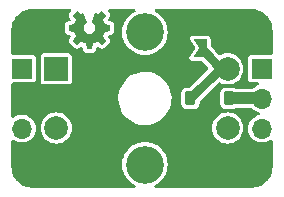
<source format=gbl>
%TF.GenerationSoftware,KiCad,Pcbnew,7.0.7*%
%TF.CreationDate,2023-09-18T16:45:26-04:00*%
%TF.ProjectId,Encoder Mount,456e636f-6465-4722-904d-6f756e742e6b,rev?*%
%TF.SameCoordinates,Original*%
%TF.FileFunction,Copper,L2,Bot*%
%TF.FilePolarity,Positive*%
%FSLAX46Y46*%
G04 Gerber Fmt 4.6, Leading zero omitted, Abs format (unit mm)*
G04 Created by KiCad (PCBNEW 7.0.7) date 2023-09-18 16:45:26*
%MOMM*%
%LPD*%
G01*
G04 APERTURE LIST*
G04 Aperture macros list*
%AMRoundRect*
0 Rectangle with rounded corners*
0 $1 Rounding radius*
0 $2 $3 $4 $5 $6 $7 $8 $9 X,Y pos of 4 corners*
0 Add a 4 corners polygon primitive as box body*
4,1,4,$2,$3,$4,$5,$6,$7,$8,$9,$2,$3,0*
0 Add four circle primitives for the rounded corners*
1,1,$1+$1,$2,$3*
1,1,$1+$1,$4,$5*
1,1,$1+$1,$6,$7*
1,1,$1+$1,$8,$9*
0 Add four rect primitives between the rounded corners*
20,1,$1+$1,$2,$3,$4,$5,0*
20,1,$1+$1,$4,$5,$6,$7,0*
20,1,$1+$1,$6,$7,$8,$9,0*
20,1,$1+$1,$8,$9,$2,$3,0*%
%AMFreePoly0*
4,1,6,1.000000,0.000000,0.500000,-0.750000,-0.500000,-0.750000,-0.500000,0.750000,0.500000,0.750000,1.000000,0.000000,1.000000,0.000000,$1*%
%AMFreePoly1*
4,1,6,0.500000,-0.750000,-0.650000,-0.750000,-0.150000,0.000000,-0.650000,0.750000,0.500000,0.750000,0.500000,-0.750000,0.500000,-0.750000,$1*%
G04 Aperture macros list end*
%TA.AperFunction,NonConductor*%
%ADD10C,0.000000*%
%TD*%
%TA.AperFunction,ComponentPad*%
%ADD11C,2.600000*%
%TD*%
%TA.AperFunction,ConnectorPad*%
%ADD12C,3.500000*%
%TD*%
%TA.AperFunction,ComponentPad*%
%ADD13R,2.000000X2.000000*%
%TD*%
%TA.AperFunction,ComponentPad*%
%ADD14C,2.000000*%
%TD*%
%TA.AperFunction,ComponentPad*%
%ADD15C,3.200000*%
%TD*%
%TA.AperFunction,ComponentPad*%
%ADD16R,1.700000X1.700000*%
%TD*%
%TA.AperFunction,ComponentPad*%
%ADD17O,1.700000X1.700000*%
%TD*%
%TA.AperFunction,SMDPad,CuDef*%
%ADD18FreePoly0,0.000000*%
%TD*%
%TA.AperFunction,SMDPad,CuDef*%
%ADD19FreePoly1,0.000000*%
%TD*%
%TA.AperFunction,SMDPad,CuDef*%
%ADD20RoundRect,0.225000X0.225000X0.375000X-0.225000X0.375000X-0.225000X-0.375000X0.225000X-0.375000X0*%
%TD*%
%TA.AperFunction,Conductor*%
%ADD21C,1.000000*%
%TD*%
%TA.AperFunction,Conductor*%
%ADD22C,0.800000*%
%TD*%
G04 APERTURE END LIST*
D10*
%TA.AperFunction,NonConductor*%
G36*
X96379952Y-92628973D02*
G01*
X96381984Y-92629242D01*
X96383986Y-92629668D01*
X96385942Y-92630253D01*
X96387836Y-92630993D01*
X96389652Y-92631887D01*
X96390526Y-92632392D01*
X96391376Y-92632934D01*
X96392198Y-92633515D01*
X96392991Y-92634133D01*
X96393753Y-92634789D01*
X96394482Y-92635483D01*
X96711084Y-92952032D01*
X96711783Y-92952766D01*
X96712443Y-92953532D01*
X96713066Y-92954330D01*
X96713650Y-92955156D01*
X96714196Y-92956009D01*
X96714704Y-92956886D01*
X96715174Y-92957787D01*
X96715604Y-92958709D01*
X96715996Y-92959650D01*
X96716349Y-92960608D01*
X96716936Y-92962568D01*
X96717365Y-92964573D01*
X96717634Y-92966609D01*
X96717741Y-92968659D01*
X96717686Y-92970708D01*
X96717467Y-92972741D01*
X96717296Y-92973746D01*
X96717083Y-92974742D01*
X96716828Y-92975725D01*
X96716532Y-92976695D01*
X96716193Y-92977650D01*
X96715812Y-92978586D01*
X96715389Y-92979503D01*
X96714923Y-92980399D01*
X96714414Y-92981271D01*
X96713863Y-92982118D01*
X96472832Y-93333331D01*
X96471749Y-93335069D01*
X96470784Y-93336937D01*
X96469937Y-93338919D01*
X96469210Y-93340996D01*
X96468605Y-93343152D01*
X96468122Y-93345369D01*
X96467763Y-93347630D01*
X96467530Y-93349919D01*
X96467424Y-93352216D01*
X96467446Y-93354507D01*
X96467597Y-93356772D01*
X96467880Y-93358995D01*
X96468294Y-93361159D01*
X96468842Y-93363246D01*
X96469526Y-93365239D01*
X96470345Y-93367121D01*
X96602807Y-93698013D01*
X96603135Y-93698977D01*
X96603509Y-93699938D01*
X96604386Y-93701847D01*
X96605426Y-93703728D01*
X96606616Y-93705569D01*
X96607943Y-93707358D01*
X96609395Y-93709085D01*
X96610958Y-93710736D01*
X96612621Y-93712301D01*
X96614370Y-93713769D01*
X96616193Y-93715126D01*
X96618077Y-93716363D01*
X96620010Y-93717466D01*
X96621978Y-93718425D01*
X96623970Y-93719228D01*
X96624970Y-93719567D01*
X96625972Y-93719863D01*
X96626973Y-93720114D01*
X96627971Y-93720319D01*
X97052269Y-93799278D01*
X97053256Y-93799484D01*
X97054230Y-93799738D01*
X97055191Y-93800040D01*
X97056137Y-93800388D01*
X97057067Y-93800780D01*
X97057980Y-93801214D01*
X97058874Y-93801689D01*
X97059748Y-93802205D01*
X97060602Y-93802758D01*
X97061433Y-93803348D01*
X97062241Y-93803973D01*
X97063024Y-93804631D01*
X97063781Y-93805321D01*
X97064510Y-93806042D01*
X97065212Y-93806792D01*
X97065883Y-93807570D01*
X97066524Y-93808373D01*
X97067132Y-93809201D01*
X97067706Y-93810052D01*
X97068246Y-93810924D01*
X97068750Y-93811817D01*
X97069217Y-93812727D01*
X97069645Y-93813655D01*
X97070033Y-93814597D01*
X97070381Y-93815554D01*
X97070686Y-93816523D01*
X97070947Y-93817503D01*
X97071164Y-93818492D01*
X97071335Y-93819488D01*
X97071459Y-93820491D01*
X97071534Y-93821499D01*
X97071559Y-93822510D01*
X97071612Y-94270199D01*
X97071589Y-94271212D01*
X97071517Y-94272222D01*
X97071395Y-94273226D01*
X97071227Y-94274223D01*
X97071013Y-94275212D01*
X97070753Y-94276192D01*
X97070451Y-94277160D01*
X97070106Y-94278116D01*
X97069719Y-94279058D01*
X97069294Y-94279984D01*
X97068327Y-94281784D01*
X97067217Y-94283504D01*
X97065972Y-94285133D01*
X97064603Y-94286658D01*
X97063120Y-94288069D01*
X97061532Y-94289352D01*
X97059849Y-94290497D01*
X97058976Y-94291014D01*
X97058083Y-94291492D01*
X97057171Y-94291930D01*
X97056241Y-94292325D01*
X97055296Y-94292677D01*
X97054335Y-94292984D01*
X97053361Y-94293245D01*
X97052375Y-94293458D01*
X96617387Y-94374348D01*
X96615393Y-94374812D01*
X96613389Y-94375451D01*
X96611387Y-94376254D01*
X96609401Y-94377210D01*
X96607445Y-94378307D01*
X96605532Y-94379535D01*
X96603674Y-94380882D01*
X96601885Y-94382336D01*
X96600178Y-94383887D01*
X96598566Y-94385523D01*
X96597063Y-94387233D01*
X96595682Y-94389006D01*
X96594436Y-94390830D01*
X96593339Y-94392693D01*
X96592402Y-94394586D01*
X96591641Y-94396496D01*
X96458305Y-94707568D01*
X96457442Y-94709431D01*
X96456716Y-94711404D01*
X96456127Y-94713472D01*
X96455674Y-94715618D01*
X96455355Y-94717823D01*
X96455170Y-94720072D01*
X96455118Y-94722348D01*
X96455196Y-94724632D01*
X96455405Y-94726909D01*
X96455743Y-94729161D01*
X96456209Y-94731371D01*
X96456802Y-94733522D01*
X96457521Y-94735598D01*
X96458365Y-94737581D01*
X96459332Y-94739454D01*
X96460422Y-94741200D01*
X96713863Y-95110591D01*
X96714410Y-95111438D01*
X96714914Y-95112310D01*
X96715377Y-95113205D01*
X96715797Y-95114122D01*
X96716175Y-95115058D01*
X96716512Y-95116012D01*
X96717060Y-95117964D01*
X96717444Y-95119963D01*
X96717663Y-95121993D01*
X96717719Y-95124040D01*
X96717614Y-95126087D01*
X96717348Y-95128120D01*
X96716922Y-95130123D01*
X96716338Y-95132081D01*
X96715597Y-95133978D01*
X96714700Y-95135799D01*
X96714193Y-95136676D01*
X96713648Y-95137528D01*
X96713064Y-95138354D01*
X96712442Y-95139151D01*
X96711782Y-95139917D01*
X96711084Y-95140651D01*
X96394535Y-95457200D01*
X96393801Y-95457898D01*
X96393035Y-95458559D01*
X96392238Y-95459181D01*
X96391413Y-95459766D01*
X96390562Y-95460312D01*
X96389685Y-95460820D01*
X96388786Y-95461289D01*
X96387866Y-95461720D01*
X96386927Y-95462112D01*
X96385971Y-95462464D01*
X96384016Y-95463052D01*
X96382015Y-95463480D01*
X96379985Y-95463749D01*
X96377940Y-95463857D01*
X96375895Y-95463802D01*
X96373867Y-95463583D01*
X96372864Y-95463412D01*
X96371870Y-95463199D01*
X96370888Y-95462944D01*
X96369920Y-95462647D01*
X96368967Y-95462309D01*
X96368031Y-95461928D01*
X96367115Y-95461505D01*
X96366220Y-95461039D01*
X96365349Y-95460530D01*
X96364502Y-95459979D01*
X95988628Y-95202040D01*
X95986889Y-95200953D01*
X95985019Y-95199985D01*
X95983036Y-95199137D01*
X95980955Y-95198411D01*
X95978796Y-95197807D01*
X95976576Y-95197327D01*
X95974311Y-95196973D01*
X95972020Y-95196744D01*
X95969720Y-95196643D01*
X95967429Y-95196671D01*
X95965163Y-95196828D01*
X95962941Y-95197117D01*
X95960780Y-95197537D01*
X95958698Y-95198092D01*
X95956711Y-95198781D01*
X95954837Y-95199605D01*
X95653291Y-95323044D01*
X95652332Y-95323385D01*
X95651376Y-95323772D01*
X95650424Y-95324202D01*
X95649478Y-95324675D01*
X95647609Y-95325742D01*
X95645781Y-95326959D01*
X95644003Y-95328312D01*
X95642288Y-95329789D01*
X95640647Y-95331377D01*
X95639091Y-95333063D01*
X95637632Y-95334834D01*
X95636280Y-95336676D01*
X95635048Y-95338576D01*
X95633945Y-95340522D01*
X95632984Y-95342501D01*
X95632176Y-95344498D01*
X95631532Y-95346502D01*
X95631276Y-95347503D01*
X95631064Y-95348500D01*
X95547316Y-95798411D01*
X95547108Y-95799400D01*
X95546851Y-95800376D01*
X95546548Y-95801339D01*
X95546199Y-95802286D01*
X95545807Y-95803218D01*
X95545372Y-95804131D01*
X95544897Y-95805027D01*
X95544382Y-95805902D01*
X95543829Y-95806755D01*
X95543240Y-95807587D01*
X95542617Y-95808395D01*
X95541959Y-95809177D01*
X95541270Y-95809934D01*
X95540551Y-95810664D01*
X95539803Y-95811364D01*
X95539027Y-95812035D01*
X95538226Y-95812675D01*
X95537400Y-95813282D01*
X95536551Y-95813856D01*
X95535680Y-95814395D01*
X95534790Y-95814898D01*
X95533882Y-95815364D01*
X95532956Y-95815792D01*
X95532015Y-95816179D01*
X95531060Y-95816526D01*
X95530093Y-95816830D01*
X95529114Y-95817091D01*
X95528126Y-95817307D01*
X95527131Y-95817478D01*
X95526128Y-95817601D01*
X95525121Y-95817676D01*
X95524110Y-95817701D01*
X95076395Y-95817701D01*
X95075386Y-95817676D01*
X95074381Y-95817601D01*
X95073381Y-95817478D01*
X95072387Y-95817307D01*
X95071401Y-95817091D01*
X95070424Y-95816830D01*
X95069458Y-95816526D01*
X95068505Y-95816179D01*
X95067565Y-95815792D01*
X95066641Y-95815364D01*
X95064844Y-95814395D01*
X95063127Y-95813282D01*
X95061500Y-95812035D01*
X95059978Y-95810664D01*
X95058570Y-95809177D01*
X95057290Y-95807587D01*
X95056701Y-95806755D01*
X95056148Y-95805902D01*
X95055634Y-95805027D01*
X95055158Y-95804131D01*
X95054724Y-95803218D01*
X95054331Y-95802286D01*
X95053983Y-95801339D01*
X95053680Y-95800376D01*
X95053423Y-95799400D01*
X95053215Y-95798411D01*
X94969493Y-95348500D01*
X94969025Y-95346502D01*
X94968382Y-95344498D01*
X94967575Y-95342501D01*
X94966616Y-95340522D01*
X94965515Y-95338576D01*
X94964284Y-95336676D01*
X94962934Y-95334834D01*
X94961476Y-95333063D01*
X94959921Y-95331377D01*
X94958280Y-95329789D01*
X94956566Y-95328312D01*
X94954788Y-95326959D01*
X94952958Y-95325742D01*
X94951086Y-95324675D01*
X94949186Y-95323772D01*
X94947266Y-95323044D01*
X94645693Y-95199605D01*
X94643815Y-95198781D01*
X94641825Y-95198092D01*
X94639738Y-95197537D01*
X94637575Y-95197117D01*
X94635350Y-95196828D01*
X94633083Y-95196671D01*
X94630791Y-95196643D01*
X94628491Y-95196744D01*
X94626200Y-95196973D01*
X94623936Y-95197327D01*
X94621718Y-95197807D01*
X94619561Y-95198411D01*
X94617483Y-95199137D01*
X94615503Y-95199985D01*
X94613637Y-95200953D01*
X94611903Y-95202040D01*
X94236055Y-95459979D01*
X94235206Y-95460530D01*
X94234332Y-95461039D01*
X94233434Y-95461505D01*
X94232516Y-95461928D01*
X94231578Y-95462309D01*
X94230623Y-95462647D01*
X94228668Y-95463199D01*
X94226667Y-95463583D01*
X94224635Y-95463802D01*
X94222587Y-95463857D01*
X94220539Y-95463749D01*
X94218507Y-95463480D01*
X94216504Y-95463052D01*
X94214548Y-95462464D01*
X94212654Y-95461720D01*
X94210835Y-95460820D01*
X94209960Y-95460312D01*
X94209110Y-95459766D01*
X94208286Y-95459181D01*
X94207491Y-95458559D01*
X94206727Y-95457898D01*
X94205996Y-95457200D01*
X93889420Y-95140651D01*
X93888724Y-95139917D01*
X93888066Y-95139151D01*
X93887445Y-95138354D01*
X93886862Y-95137528D01*
X93886317Y-95136676D01*
X93885810Y-95135799D01*
X93885341Y-95134899D01*
X93884911Y-95133978D01*
X93884520Y-95133038D01*
X93884167Y-95132081D01*
X93883580Y-95130123D01*
X93883151Y-95128120D01*
X93882881Y-95126087D01*
X93882772Y-95124040D01*
X93882825Y-95121993D01*
X93883042Y-95119963D01*
X93883213Y-95118958D01*
X93883425Y-95117964D01*
X93883679Y-95116981D01*
X93883975Y-95116012D01*
X93884313Y-95115058D01*
X93884693Y-95114122D01*
X93885116Y-95113205D01*
X93885582Y-95112310D01*
X93886090Y-95111438D01*
X93886641Y-95110591D01*
X94140109Y-94741200D01*
X94141189Y-94739454D01*
X94142149Y-94737581D01*
X94142985Y-94735598D01*
X94143699Y-94733522D01*
X94144287Y-94731371D01*
X94144749Y-94729161D01*
X94145084Y-94726909D01*
X94145292Y-94724632D01*
X94145369Y-94722348D01*
X94145317Y-94720072D01*
X94145133Y-94717823D01*
X94144816Y-94715618D01*
X94144365Y-94713472D01*
X94143779Y-94711404D01*
X94143058Y-94709431D01*
X94142199Y-94707568D01*
X94008837Y-94396496D01*
X94008481Y-94395540D01*
X94008080Y-94394586D01*
X94007149Y-94392693D01*
X94006056Y-94390830D01*
X94004814Y-94389006D01*
X94003437Y-94387233D01*
X94001937Y-94385523D01*
X94000328Y-94383887D01*
X93998623Y-94382336D01*
X93996835Y-94380882D01*
X93994977Y-94379535D01*
X93993061Y-94378307D01*
X93991103Y-94377210D01*
X93989113Y-94376254D01*
X93987106Y-94375451D01*
X93985094Y-94374812D01*
X93984090Y-94374558D01*
X93983091Y-94374348D01*
X93548129Y-94293458D01*
X93547138Y-94293245D01*
X93546160Y-94292984D01*
X93545196Y-94292677D01*
X93544247Y-94292325D01*
X93543314Y-94291930D01*
X93542399Y-94291492D01*
X93541504Y-94291015D01*
X93540628Y-94290498D01*
X93539774Y-94289943D01*
X93538942Y-94289353D01*
X93538134Y-94288728D01*
X93537352Y-94288070D01*
X93536595Y-94287380D01*
X93535866Y-94286660D01*
X93535166Y-94285912D01*
X93534496Y-94285136D01*
X93533857Y-94284335D01*
X93533250Y-94283509D01*
X93532677Y-94282660D01*
X93532138Y-94281791D01*
X93531636Y-94280901D01*
X93531171Y-94279993D01*
X93530745Y-94279068D01*
X93530358Y-94278127D01*
X93530012Y-94277173D01*
X93529708Y-94276206D01*
X93529448Y-94275228D01*
X93529232Y-94274241D01*
X93529062Y-94273246D01*
X93528939Y-94272244D01*
X93528865Y-94271236D01*
X93528840Y-94270226D01*
X93528866Y-93822537D01*
X93528891Y-93821526D01*
X93528966Y-93820518D01*
X93529089Y-93819515D01*
X93529260Y-93818518D01*
X93529476Y-93817529D01*
X93529737Y-93816549D01*
X93530041Y-93815580D01*
X93530388Y-93814624D01*
X93531203Y-93812754D01*
X93532172Y-93810951D01*
X93533285Y-93809228D01*
X93534532Y-93807596D01*
X93535904Y-93806069D01*
X93537390Y-93804657D01*
X93538980Y-93803374D01*
X93539812Y-93802784D01*
X93540666Y-93802231D01*
X93541541Y-93801716D01*
X93542436Y-93801240D01*
X93543349Y-93800806D01*
X93544281Y-93800414D01*
X93545228Y-93800067D01*
X93546191Y-93799765D01*
X93547167Y-93799510D01*
X93548156Y-93799304D01*
X93972453Y-93720346D01*
X93973450Y-93720141D01*
X93974450Y-93719890D01*
X93976450Y-93719255D01*
X93978442Y-93718452D01*
X93980412Y-93717493D01*
X93982348Y-93716389D01*
X93984236Y-93715153D01*
X93986063Y-93713795D01*
X93987817Y-93712328D01*
X93989485Y-93710763D01*
X93991053Y-93709111D01*
X93992508Y-93707385D01*
X93993838Y-93705595D01*
X93995030Y-93703754D01*
X93996070Y-93701874D01*
X93996946Y-93699965D01*
X93997318Y-93699003D01*
X93997644Y-93698039D01*
X94130106Y-93367148D01*
X94130926Y-93365266D01*
X94131610Y-93363272D01*
X94132159Y-93361185D01*
X94132575Y-93359022D01*
X94132859Y-93356798D01*
X94133011Y-93354533D01*
X94133034Y-93352243D01*
X94132928Y-93349945D01*
X94132694Y-93347657D01*
X94132335Y-93345395D01*
X94131850Y-93343178D01*
X94131241Y-93341022D01*
X94130510Y-93338945D01*
X94129658Y-93336964D01*
X94128685Y-93335095D01*
X94127593Y-93333357D01*
X93886588Y-92982144D01*
X93886039Y-92981298D01*
X93885533Y-92980425D01*
X93885069Y-92979530D01*
X93884648Y-92978613D01*
X93884269Y-92977676D01*
X93883932Y-92976722D01*
X93883383Y-92974768D01*
X93883001Y-92972767D01*
X93882784Y-92970734D01*
X93882730Y-92968685D01*
X93882838Y-92966635D01*
X93883106Y-92964600D01*
X93883534Y-92962594D01*
X93884120Y-92960634D01*
X93884862Y-92958735D01*
X93885759Y-92956913D01*
X93886265Y-92956035D01*
X93886810Y-92955182D01*
X93887392Y-92954356D01*
X93888013Y-92953559D01*
X93888671Y-92952793D01*
X93889367Y-92952059D01*
X94205969Y-92635509D01*
X94206701Y-92634816D01*
X94207465Y-92634160D01*
X94208260Y-92633542D01*
X94209083Y-92632961D01*
X94209934Y-92632418D01*
X94210809Y-92631914D01*
X94211707Y-92631447D01*
X94212627Y-92631019D01*
X94213566Y-92630630D01*
X94214522Y-92630279D01*
X94216478Y-92629695D01*
X94218480Y-92629268D01*
X94220513Y-92629000D01*
X94222561Y-92628892D01*
X94224608Y-92628945D01*
X94226640Y-92629161D01*
X94227646Y-92629330D01*
X94228642Y-92629541D01*
X94229626Y-92629793D01*
X94230596Y-92630086D01*
X94231552Y-92630422D01*
X94232489Y-92630799D01*
X94233408Y-92631218D01*
X94234305Y-92631680D01*
X94235180Y-92632184D01*
X94236029Y-92632731D01*
X94581023Y-92869528D01*
X94582758Y-92870603D01*
X94584616Y-92871547D01*
X94586582Y-92872358D01*
X94588636Y-92873036D01*
X94590764Y-92873581D01*
X94592947Y-92873993D01*
X94595169Y-92874270D01*
X94597413Y-92874413D01*
X94599661Y-92874421D01*
X94601897Y-92874294D01*
X94604103Y-92874031D01*
X94606263Y-92873632D01*
X94608360Y-92873096D01*
X94610376Y-92872424D01*
X94612295Y-92871613D01*
X94614099Y-92870665D01*
X94766249Y-92789431D01*
X94767156Y-92788996D01*
X94768071Y-92788614D01*
X94768993Y-92788284D01*
X94769919Y-92788005D01*
X94770848Y-92787777D01*
X94771779Y-92787599D01*
X94772710Y-92787470D01*
X94773638Y-92787391D01*
X94774564Y-92787360D01*
X94775485Y-92787377D01*
X94776399Y-92787441D01*
X94777305Y-92787552D01*
X94778201Y-92787708D01*
X94779086Y-92787911D01*
X94779958Y-92788158D01*
X94780815Y-92788449D01*
X94781656Y-92788784D01*
X94782480Y-92789162D01*
X94783284Y-92789582D01*
X94784068Y-92790044D01*
X94784828Y-92790548D01*
X94785565Y-92791092D01*
X94786276Y-92791676D01*
X94786960Y-92792300D01*
X94787615Y-92792963D01*
X94788239Y-92793664D01*
X94788831Y-92794402D01*
X94789389Y-92795178D01*
X94789912Y-92795990D01*
X94790399Y-92796838D01*
X94790846Y-92797721D01*
X94791254Y-92798640D01*
X95104972Y-93556660D01*
X95105337Y-93557603D01*
X95105654Y-93558560D01*
X95105924Y-93559530D01*
X95106147Y-93560510D01*
X95106323Y-93561500D01*
X95106454Y-93562496D01*
X95106581Y-93564503D01*
X95106532Y-93566518D01*
X95106312Y-93568524D01*
X95105926Y-93570509D01*
X95105379Y-93572457D01*
X95104675Y-93574354D01*
X95103819Y-93576186D01*
X95102817Y-93577938D01*
X95101672Y-93579596D01*
X95100389Y-93581146D01*
X95099698Y-93581875D01*
X95098974Y-93582572D01*
X95098218Y-93583235D01*
X95097430Y-93583862D01*
X95096612Y-93584450D01*
X95095764Y-93584999D01*
X95057687Y-93608311D01*
X95054938Y-93610056D01*
X95052008Y-93612048D01*
X95048949Y-93614244D01*
X95045816Y-93616600D01*
X95042661Y-93619072D01*
X95039539Y-93621617D01*
X95036503Y-93624192D01*
X95033607Y-93626754D01*
X95008406Y-93644007D01*
X94984353Y-93662740D01*
X94961515Y-93682887D01*
X94939958Y-93704383D01*
X94919748Y-93727163D01*
X94900950Y-93751161D01*
X94883630Y-93776313D01*
X94867854Y-93802552D01*
X94853688Y-93829814D01*
X94847229Y-93843809D01*
X94841197Y-93858034D01*
X94835600Y-93872482D01*
X94830447Y-93887146D01*
X94825746Y-93902016D01*
X94821505Y-93917084D01*
X94817731Y-93932343D01*
X94814435Y-93947784D01*
X94811622Y-93963399D01*
X94809303Y-93979181D01*
X94807485Y-93995120D01*
X94806176Y-94011208D01*
X94805385Y-94027438D01*
X94805119Y-94043801D01*
X94805763Y-94069280D01*
X94807676Y-94094424D01*
X94810824Y-94119202D01*
X94815179Y-94143584D01*
X94820708Y-94167538D01*
X94827380Y-94191033D01*
X94835164Y-94214037D01*
X94844030Y-94236521D01*
X94853946Y-94258453D01*
X94864880Y-94279801D01*
X94876802Y-94300534D01*
X94889681Y-94320622D01*
X94903486Y-94340034D01*
X94918184Y-94358737D01*
X94933746Y-94376702D01*
X94950140Y-94393896D01*
X94967336Y-94410290D01*
X94985301Y-94425851D01*
X95004005Y-94440549D01*
X95023416Y-94454353D01*
X95043504Y-94467231D01*
X95064238Y-94479152D01*
X95085586Y-94490086D01*
X95107517Y-94500000D01*
X95130000Y-94508865D01*
X95153004Y-94516649D01*
X95176498Y-94523321D01*
X95200451Y-94528849D01*
X95224831Y-94533203D01*
X95249608Y-94536352D01*
X95274750Y-94538263D01*
X95300226Y-94538908D01*
X95325702Y-94538263D01*
X95350844Y-94536352D01*
X95375620Y-94533203D01*
X95400000Y-94528849D01*
X95423952Y-94523321D01*
X95447445Y-94516649D01*
X95470448Y-94508865D01*
X95492930Y-94500000D01*
X95514861Y-94490086D01*
X95536207Y-94479152D01*
X95556940Y-94467231D01*
X95577027Y-94454353D01*
X95596437Y-94440549D01*
X95615140Y-94425851D01*
X95633104Y-94410290D01*
X95650298Y-94393896D01*
X95666691Y-94376702D01*
X95682251Y-94358737D01*
X95696949Y-94340034D01*
X95710752Y-94320622D01*
X95723630Y-94300534D01*
X95735551Y-94279801D01*
X95746484Y-94258453D01*
X95756399Y-94236521D01*
X95765264Y-94214037D01*
X95773047Y-94191033D01*
X95779719Y-94167538D01*
X95785247Y-94143584D01*
X95789601Y-94119202D01*
X95792750Y-94094424D01*
X95794662Y-94069280D01*
X95795306Y-94043801D01*
X95794249Y-94011208D01*
X95791123Y-93979181D01*
X95785993Y-93947784D01*
X95778924Y-93917084D01*
X95769983Y-93887146D01*
X95759235Y-93858034D01*
X95746746Y-93829814D01*
X95732581Y-93802552D01*
X95716806Y-93776313D01*
X95699486Y-93751161D01*
X95680689Y-93727163D01*
X95660478Y-93704383D01*
X95638919Y-93682887D01*
X95616080Y-93662740D01*
X95592024Y-93644007D01*
X95566817Y-93626754D01*
X95563938Y-93624192D01*
X95560913Y-93621617D01*
X95557797Y-93619072D01*
X95554645Y-93616600D01*
X95551514Y-93614244D01*
X95548458Y-93612048D01*
X95545532Y-93610056D01*
X95542791Y-93608311D01*
X95504714Y-93584999D01*
X95503870Y-93584450D01*
X95503056Y-93583862D01*
X95502273Y-93583235D01*
X95501520Y-93582572D01*
X95500799Y-93581875D01*
X95500111Y-93581146D01*
X95499455Y-93580385D01*
X95498832Y-93579596D01*
X95498244Y-93578780D01*
X95497690Y-93577938D01*
X95497171Y-93577073D01*
X95496689Y-93576186D01*
X95496242Y-93575279D01*
X95495833Y-93574354D01*
X95495462Y-93573412D01*
X95495129Y-93572457D01*
X95494834Y-93571488D01*
X95494580Y-93570509D01*
X95494365Y-93569520D01*
X95494191Y-93568524D01*
X95494059Y-93567523D01*
X95493968Y-93566518D01*
X95493920Y-93565511D01*
X95493916Y-93564503D01*
X95493955Y-93563498D01*
X95494038Y-93562496D01*
X95494167Y-93561500D01*
X95494341Y-93560510D01*
X95494561Y-93559530D01*
X95494828Y-93558560D01*
X95495143Y-93557603D01*
X95495506Y-93556660D01*
X95809198Y-92798613D01*
X95809605Y-92797695D01*
X95810053Y-92796812D01*
X95810538Y-92795964D01*
X95811061Y-92795152D01*
X95811619Y-92794377D01*
X95812210Y-92793639D01*
X95812834Y-92792939D01*
X95813488Y-92792277D01*
X95814171Y-92791654D01*
X95814881Y-92791071D01*
X95815617Y-92790528D01*
X95816377Y-92790025D01*
X95817159Y-92789563D01*
X95817963Y-92789144D01*
X95818786Y-92788767D01*
X95819626Y-92788432D01*
X95820483Y-92788142D01*
X95821355Y-92787895D01*
X95822239Y-92787693D01*
X95823135Y-92787537D01*
X95824041Y-92787426D01*
X95824955Y-92787362D01*
X95825876Y-92787345D01*
X95826802Y-92787376D01*
X95827731Y-92787454D01*
X95828663Y-92787582D01*
X95829594Y-92787759D01*
X95830525Y-92787986D01*
X95831452Y-92788263D01*
X95832376Y-92788592D01*
X95833293Y-92788972D01*
X95834203Y-92789405D01*
X95986352Y-92870639D01*
X95988161Y-92871587D01*
X95990083Y-92872398D01*
X95992101Y-92873072D01*
X95994199Y-92873609D01*
X95996360Y-92874010D01*
X95998566Y-92874275D01*
X96000802Y-92874403D01*
X96003049Y-92874397D01*
X96005291Y-92874255D01*
X96007511Y-92873978D01*
X96009693Y-92873566D01*
X96011819Y-92873021D01*
X96013872Y-92872341D01*
X96015836Y-92871528D01*
X96017694Y-92870581D01*
X96019428Y-92869501D01*
X96364449Y-92632704D01*
X96365296Y-92632158D01*
X96366168Y-92631654D01*
X96367064Y-92631192D01*
X96367981Y-92630773D01*
X96368917Y-92630395D01*
X96369871Y-92630060D01*
X96371824Y-92629514D01*
X96373825Y-92629134D01*
X96375856Y-92628918D01*
X96377904Y-92628865D01*
X96379952Y-92628973D01*
G37*
%TD.AperFunction*%
D11*
X90500000Y-94250000D03*
D12*
X90500000Y-94250000D03*
D11*
X109000000Y-94250000D03*
D12*
X109000000Y-94250000D03*
D13*
X92500000Y-97499999D03*
D14*
X92500000Y-102499999D03*
X92500000Y-99999999D03*
D15*
X100000000Y-94399999D03*
X100000000Y-105599999D03*
D14*
X107000000Y-102499999D03*
X107000000Y-97499999D03*
D11*
X109000000Y-105750000D03*
D12*
X109000000Y-105750000D03*
D16*
X109910000Y-97474999D03*
D17*
X109910000Y-100014999D03*
X109910000Y-102554999D03*
D16*
X89590000Y-97474999D03*
D17*
X89590000Y-100014999D03*
X89590000Y-102554999D03*
D11*
X90500000Y-105750000D03*
D12*
X90500000Y-105750000D03*
D18*
X103275000Y-95750000D03*
D19*
X104725000Y-95750000D03*
D20*
X107150000Y-100000000D03*
X103850000Y-100000000D03*
D21*
X109895001Y-100000000D02*
X107250000Y-100000000D01*
X109910000Y-100014999D02*
X109895001Y-100000000D01*
D22*
X107000000Y-97499999D02*
X106350001Y-97499999D01*
X106474999Y-97499999D02*
X104975000Y-96000000D01*
X106350001Y-97499999D02*
X103850000Y-100000000D01*
%TA.AperFunction,Conductor*%
G36*
X93705357Y-92470185D02*
G01*
X93751112Y-92522989D01*
X93761056Y-92592147D01*
X93732031Y-92655703D01*
X93726001Y-92662179D01*
X93709614Y-92678562D01*
X93702220Y-92685956D01*
X93696058Y-92691353D01*
X93687029Y-92698262D01*
X93686162Y-92699092D01*
X93668579Y-92713871D01*
X93668319Y-92713562D01*
X93667885Y-92713952D01*
X93668383Y-92714471D01*
X93660550Y-92721979D01*
X93660086Y-92722613D01*
X93647654Y-92735587D01*
X93647690Y-92735619D01*
X93640523Y-92743764D01*
X93640464Y-92743862D01*
X93629350Y-92757590D01*
X93629477Y-92757685D01*
X93622473Y-92767100D01*
X93613242Y-92780610D01*
X93613430Y-92780728D01*
X93606788Y-92791339D01*
X93599209Y-92804591D01*
X93599440Y-92804711D01*
X93591796Y-92819392D01*
X93584682Y-92835772D01*
X93584429Y-92836265D01*
X93582856Y-92840438D01*
X93582200Y-92841982D01*
X93581889Y-92843010D01*
X93578841Y-92851072D01*
X93578538Y-92851741D01*
X93574110Y-92865429D01*
X93574087Y-92865472D01*
X93574078Y-92865526D01*
X93573651Y-92866849D01*
X93573351Y-92867607D01*
X93573321Y-92867754D01*
X93569591Y-92881511D01*
X93569175Y-92882726D01*
X93568008Y-92887962D01*
X93566066Y-92895799D01*
X93563358Y-92911232D01*
X93563162Y-92911985D01*
X93561850Y-92920082D01*
X93561553Y-92921398D01*
X93561352Y-92922888D01*
X93561318Y-92923615D01*
X93560163Y-92934266D01*
X93559383Y-92934181D01*
X93558898Y-92939454D01*
X93559672Y-92939513D01*
X93558876Y-92950084D01*
X93558778Y-92950795D01*
X93558695Y-92952486D01*
X93558691Y-92952527D01*
X93558744Y-92953898D01*
X93558536Y-92962793D01*
X93558605Y-92962794D01*
X93558457Y-92978381D01*
X93558934Y-92986529D01*
X93559116Y-92991685D01*
X93559282Y-92992817D01*
X93560456Y-93007219D01*
X93560462Y-93007484D01*
X93560639Y-93008392D01*
X93560796Y-93009603D01*
X93560795Y-93009645D01*
X93560806Y-93009680D01*
X93562669Y-93024014D01*
X93562855Y-93024769D01*
X93564384Y-93033288D01*
X93564495Y-93034290D01*
X93564834Y-93035829D01*
X93565596Y-93040095D01*
X93565675Y-93040360D01*
X93569795Y-93058234D01*
X93574650Y-93074123D01*
X93574387Y-93074203D01*
X93579293Y-93088252D01*
X93583983Y-93100152D01*
X93583764Y-93100238D01*
X93590226Y-93114887D01*
X93595496Y-93125647D01*
X93595362Y-93125712D01*
X93603800Y-93141283D01*
X93603863Y-93141448D01*
X93609420Y-93150766D01*
X93609387Y-93150785D01*
X93619253Y-93165832D01*
X93619622Y-93166599D01*
X93625951Y-93175409D01*
X93625376Y-93175821D01*
X93625794Y-93176363D01*
X93626096Y-93176115D01*
X93640412Y-93193509D01*
X93641204Y-93194610D01*
X93648843Y-93203086D01*
X93653914Y-93209521D01*
X93694585Y-93268792D01*
X93716284Y-93335206D01*
X93698633Y-93402809D01*
X93647234Y-93450138D01*
X93615027Y-93460857D01*
X93544351Y-93474009D01*
X93536041Y-93474982D01*
X93525798Y-93475485D01*
X93524604Y-93475677D01*
X93510083Y-93477056D01*
X93508812Y-93477320D01*
X93494672Y-93479309D01*
X93493071Y-93479716D01*
X93479943Y-93482144D01*
X93478272Y-93482646D01*
X93465498Y-93485577D01*
X93463794Y-93486169D01*
X93443716Y-93491678D01*
X93443815Y-93491966D01*
X93433172Y-93495609D01*
X93417289Y-93501776D01*
X93417368Y-93501958D01*
X93405634Y-93507069D01*
X93392247Y-93513542D01*
X93392376Y-93513784D01*
X93378344Y-93521262D01*
X93363657Y-93530357D01*
X93363372Y-93530509D01*
X93358643Y-93533775D01*
X93352842Y-93537490D01*
X93337247Y-93549419D01*
X93336474Y-93549935D01*
X93335039Y-93551081D01*
X93334429Y-93551664D01*
X93324855Y-93559736D01*
X93324050Y-93560330D01*
X93319380Y-93564657D01*
X93313446Y-93569951D01*
X93302340Y-93581226D01*
X93301338Y-93582119D01*
X93299852Y-93583770D01*
X93293363Y-93590595D01*
X93282820Y-93603377D01*
X93281614Y-93604657D01*
X93281484Y-93604830D01*
X93279540Y-93607273D01*
X93279329Y-93607524D01*
X93278427Y-93608876D01*
X93273174Y-93615730D01*
X93272469Y-93616543D01*
X93270995Y-93618575D01*
X93270103Y-93619739D01*
X93269270Y-93621114D01*
X93260199Y-93634107D01*
X93255821Y-93641367D01*
X93253112Y-93645648D01*
X93252537Y-93646827D01*
X93245725Y-93658752D01*
X93245476Y-93659132D01*
X93245075Y-93660062D01*
X93244606Y-93660981D01*
X93244559Y-93661046D01*
X93244538Y-93661115D01*
X93237918Y-93674115D01*
X93237662Y-93674798D01*
X93234246Y-93682387D01*
X93233716Y-93683380D01*
X93232975Y-93685216D01*
X93231168Y-93689231D01*
X93231030Y-93689661D01*
X93224419Y-93706513D01*
X93222758Y-93711827D01*
X93222178Y-93713538D01*
X93222023Y-93714175D01*
X93219481Y-93722308D01*
X93219213Y-93722224D01*
X93215332Y-93736586D01*
X93212479Y-93749087D01*
X93212263Y-93749037D01*
X93209256Y-93765173D01*
X93207575Y-93776759D01*
X93207423Y-93776737D01*
X93205604Y-93794332D01*
X93205569Y-93794475D01*
X93204897Y-93805306D01*
X93204589Y-93805286D01*
X93204607Y-93827250D01*
X93204511Y-93828731D01*
X93205126Y-93842371D01*
X93205094Y-93843922D01*
X93206369Y-93858244D01*
X93206400Y-93859516D01*
X93207806Y-93869942D01*
X93208362Y-93878240D01*
X93208342Y-94214428D01*
X93207789Y-94222688D01*
X93206356Y-94233350D01*
X93206322Y-94234780D01*
X93205076Y-94248719D01*
X93205104Y-94250085D01*
X93204475Y-94264196D01*
X93204580Y-94265813D01*
X93204565Y-94279241D01*
X93204758Y-94281026D01*
X93205288Y-94293921D01*
X93205577Y-94295848D01*
X93206608Y-94308306D01*
X93206965Y-94310155D01*
X93208531Y-94322697D01*
X93209018Y-94324759D01*
X93210981Y-94336581D01*
X93211500Y-94338436D01*
X93214068Y-94350718D01*
X93214798Y-94352976D01*
X93217498Y-94363791D01*
X93218249Y-94365836D01*
X93222107Y-94379018D01*
X93222413Y-94379857D01*
X93223750Y-94384608D01*
X93226477Y-94391559D01*
X93230816Y-94402617D01*
X93231027Y-94403275D01*
X93231660Y-94404683D01*
X93231667Y-94404701D01*
X93237694Y-94418110D01*
X93237906Y-94418676D01*
X93243366Y-94429387D01*
X93244851Y-94432521D01*
X93249546Y-94440755D01*
X93251875Y-94445197D01*
X93254495Y-94449337D01*
X93254497Y-94449341D01*
X93254499Y-94449343D01*
X93256485Y-94452481D01*
X93259410Y-94457552D01*
X93269432Y-94471924D01*
X93270152Y-94473114D01*
X93271127Y-94474386D01*
X93272589Y-94476393D01*
X93273287Y-94477196D01*
X93278385Y-94483865D01*
X93279260Y-94485179D01*
X93279567Y-94485545D01*
X93281116Y-94487494D01*
X93281849Y-94488268D01*
X93285063Y-94492106D01*
X93287970Y-94495632D01*
X93288708Y-94496651D01*
X93290592Y-94498824D01*
X93290890Y-94499186D01*
X93292087Y-94500355D01*
X93297710Y-94506620D01*
X93298335Y-94507409D01*
X93300063Y-94509239D01*
X93301058Y-94510348D01*
X93302311Y-94511469D01*
X93314345Y-94523751D01*
X93318882Y-94527636D01*
X93325219Y-94533535D01*
X93329257Y-94536710D01*
X93336264Y-94542663D01*
X93339354Y-94544908D01*
X93348359Y-94551859D01*
X93349112Y-94552317D01*
X93359759Y-94559757D01*
X93359762Y-94559760D01*
X93359765Y-94559761D01*
X93361904Y-94561256D01*
X93362362Y-94561505D01*
X93374049Y-94568842D01*
X93374052Y-94568844D01*
X93374054Y-94568845D01*
X93374859Y-94569350D01*
X93374863Y-94569353D01*
X93378831Y-94571844D01*
X93383085Y-94573948D01*
X93384686Y-94574891D01*
X93388628Y-94576891D01*
X93388631Y-94576893D01*
X93388633Y-94576893D01*
X93396763Y-94581018D01*
X93398732Y-94582190D01*
X93400888Y-94583179D01*
X93400891Y-94583181D01*
X93400893Y-94583181D01*
X93409487Y-94587124D01*
X93411393Y-94588159D01*
X93413600Y-94589066D01*
X93413603Y-94589068D01*
X93413605Y-94589068D01*
X93422179Y-94592593D01*
X93424172Y-94593574D01*
X93426402Y-94594389D01*
X93426407Y-94594392D01*
X93426412Y-94594392D01*
X93435744Y-94597804D01*
X93437590Y-94598622D01*
X93449533Y-94602438D01*
X93451328Y-94603146D01*
X93453665Y-94603787D01*
X93453669Y-94603789D01*
X93453672Y-94603789D01*
X93463002Y-94606349D01*
X93464979Y-94607036D01*
X93467309Y-94607574D01*
X93467312Y-94607576D01*
X93467314Y-94607576D01*
X93477921Y-94610029D01*
X93479514Y-94610509D01*
X93481920Y-94610956D01*
X93481926Y-94610959D01*
X93481932Y-94610959D01*
X93492801Y-94612982D01*
X93494359Y-94613379D01*
X93496787Y-94613722D01*
X93496791Y-94613724D01*
X93496794Y-94613723D01*
X93507615Y-94615256D01*
X93509220Y-94615591D01*
X93511665Y-94615830D01*
X93511669Y-94615831D01*
X93511672Y-94615830D01*
X93523860Y-94617022D01*
X93524998Y-94617207D01*
X93527512Y-94617336D01*
X93527520Y-94617338D01*
X93527527Y-94617337D01*
X93536175Y-94617782D01*
X93544333Y-94618746D01*
X93615049Y-94631897D01*
X93677358Y-94663508D01*
X93712686Y-94723788D01*
X93709817Y-94793598D01*
X93694620Y-94823964D01*
X93653940Y-94883249D01*
X93648817Y-94889742D01*
X93641524Y-94897813D01*
X93640774Y-94898854D01*
X93631647Y-94909922D01*
X93630822Y-94911182D01*
X93622532Y-94922188D01*
X93621731Y-94923535D01*
X93614042Y-94934729D01*
X93613229Y-94936241D01*
X93606269Y-94947363D01*
X93605433Y-94949090D01*
X93595288Y-94966907D01*
X93595560Y-94967040D01*
X93590492Y-94977385D01*
X93583767Y-94992637D01*
X93583963Y-94992714D01*
X93579330Y-95004485D01*
X93574370Y-95018721D01*
X93574623Y-95018799D01*
X93569889Y-95034330D01*
X93565919Y-95051468D01*
X93565774Y-95051952D01*
X93564905Y-95056768D01*
X93563382Y-95063688D01*
X93560743Y-95083738D01*
X93560534Y-95084800D01*
X93560477Y-95085315D01*
X93560460Y-95086038D01*
X93559334Y-95099570D01*
X93559179Y-95100611D01*
X93558973Y-95106249D01*
X93558504Y-95114357D01*
X93558640Y-95130149D01*
X93558555Y-95131652D01*
X93558649Y-95133414D01*
X93558716Y-95135794D01*
X93558828Y-95136758D01*
X93559271Y-95145135D01*
X93559250Y-95146787D01*
X93559315Y-95147459D01*
X93559492Y-95149968D01*
X93559657Y-95151002D01*
X93560514Y-95159880D01*
X93560568Y-95161672D01*
X93560907Y-95164644D01*
X93560931Y-95164926D01*
X93561226Y-95166400D01*
X93562375Y-95175030D01*
X93562448Y-95176085D01*
X93562831Y-95178518D01*
X93563021Y-95179959D01*
X93563390Y-95181462D01*
X93566180Y-95197221D01*
X93568205Y-95205409D01*
X93569267Y-95210158D01*
X93569666Y-95211321D01*
X93573393Y-95225027D01*
X93573430Y-95225206D01*
X93573586Y-95225595D01*
X93574170Y-95227358D01*
X93574176Y-95227395D01*
X93574193Y-95227426D01*
X93574956Y-95229728D01*
X93578598Y-95240990D01*
X93578868Y-95241587D01*
X93582023Y-95249937D01*
X93582314Y-95250898D01*
X93583005Y-95252530D01*
X93584485Y-95256446D01*
X93584724Y-95256912D01*
X93591960Y-95273573D01*
X93595268Y-95279906D01*
X93595641Y-95280707D01*
X93595959Y-95281229D01*
X93599665Y-95288325D01*
X93599419Y-95288453D01*
X93606805Y-95301333D01*
X93613621Y-95312203D01*
X93613429Y-95312322D01*
X93622625Y-95325758D01*
X93629676Y-95335220D01*
X93629432Y-95335401D01*
X93642458Y-95350789D01*
X93643666Y-95352427D01*
X93652511Y-95362052D01*
X93653602Y-95363409D01*
X93663179Y-95372976D01*
X93664225Y-95374168D01*
X93674303Y-95383394D01*
X93675377Y-95384515D01*
X93686266Y-95393641D01*
X93687237Y-95394568D01*
X93696049Y-95401304D01*
X93702231Y-95406714D01*
X93939961Y-95644424D01*
X93945450Y-95650706D01*
X93951689Y-95658900D01*
X93952610Y-95659867D01*
X93967108Y-95677232D01*
X93966834Y-95677460D01*
X93967476Y-95678178D01*
X93967961Y-95677716D01*
X93975450Y-95685559D01*
X93975451Y-95685560D01*
X93975783Y-95685804D01*
X93976113Y-95686047D01*
X93989079Y-95698518D01*
X93989107Y-95698487D01*
X93997235Y-95705664D01*
X93997238Y-95705665D01*
X93997239Y-95705667D01*
X93997373Y-95705749D01*
X94011125Y-95716919D01*
X94011215Y-95716800D01*
X94019947Y-95723316D01*
X94034456Y-95733250D01*
X94034552Y-95733098D01*
X94043745Y-95738856D01*
X94043749Y-95738859D01*
X94043753Y-95738860D01*
X94045502Y-95739956D01*
X94058279Y-95747274D01*
X94058408Y-95747028D01*
X94072744Y-95754504D01*
X94088639Y-95761474D01*
X94089138Y-95761731D01*
X94093939Y-95763560D01*
X94100455Y-95766330D01*
X94107503Y-95768625D01*
X94107506Y-95768627D01*
X94107508Y-95768627D01*
X94119414Y-95772505D01*
X94119520Y-95772547D01*
X94119529Y-95772552D01*
X94119533Y-95772552D01*
X94120602Y-95772978D01*
X94121487Y-95773247D01*
X94122307Y-95773420D01*
X94122830Y-95773563D01*
X94122835Y-95773566D01*
X94122839Y-95773566D01*
X94134835Y-95776864D01*
X94135854Y-95777215D01*
X94138325Y-95777773D01*
X94138330Y-95777775D01*
X94138334Y-95777775D01*
X94141332Y-95778452D01*
X94146735Y-95779783D01*
X94146738Y-95779785D01*
X94146740Y-95779785D01*
X94149389Y-95780438D01*
X94153548Y-95781181D01*
X94153549Y-95781182D01*
X94164232Y-95783092D01*
X94163959Y-95784618D01*
X94164024Y-95784629D01*
X94164259Y-95783171D01*
X94172992Y-95784575D01*
X94174595Y-95784937D01*
X94175160Y-95785000D01*
X94177336Y-95785295D01*
X94178192Y-95785336D01*
X94187580Y-95786377D01*
X94187509Y-95787016D01*
X94193740Y-95787592D01*
X94193788Y-95786954D01*
X94202998Y-95787632D01*
X94203903Y-95787756D01*
X94206248Y-95787873D01*
X94206901Y-95787921D01*
X94208538Y-95787859D01*
X94216866Y-95788071D01*
X94216867Y-95787982D01*
X94227723Y-95788077D01*
X94227728Y-95788078D01*
X94227732Y-95788077D01*
X94232376Y-95788118D01*
X94235053Y-95787965D01*
X94235059Y-95787966D01*
X94235064Y-95787964D01*
X94241021Y-95787625D01*
X94243535Y-95787532D01*
X94243539Y-95787533D01*
X94243542Y-95787532D01*
X94246052Y-95787440D01*
X94247194Y-95787271D01*
X94259405Y-95786258D01*
X94259406Y-95786259D01*
X94259406Y-95786258D01*
X94260768Y-95786146D01*
X94261491Y-95786129D01*
X94261576Y-95786119D01*
X94262916Y-95785857D01*
X94263345Y-95785801D01*
X94263453Y-95785805D01*
X94263545Y-95785774D01*
X94275492Y-95784218D01*
X94275498Y-95784219D01*
X94275503Y-95784217D01*
X94278031Y-95783888D01*
X94278443Y-95783787D01*
X94286567Y-95782299D01*
X94287989Y-95782139D01*
X94290042Y-95781685D01*
X94292049Y-95781323D01*
X94292051Y-95781323D01*
X94292052Y-95781322D01*
X94294583Y-95780866D01*
X94295277Y-95780660D01*
X94308317Y-95777653D01*
X94308324Y-95777653D01*
X94308330Y-95777650D01*
X94312361Y-95776721D01*
X94317631Y-95775111D01*
X94317636Y-95775111D01*
X94317640Y-95775108D01*
X94328024Y-95771938D01*
X94328099Y-95772185D01*
X94342654Y-95767097D01*
X94354209Y-95762537D01*
X94354288Y-95762738D01*
X94369372Y-95756071D01*
X94370102Y-95755712D01*
X94370104Y-95755712D01*
X94370105Y-95755710D01*
X94379844Y-95750930D01*
X94379910Y-95751065D01*
X94395476Y-95742612D01*
X94395618Y-95742558D01*
X94395619Y-95742556D01*
X94404931Y-95736992D01*
X94404945Y-95737016D01*
X94420021Y-95727108D01*
X94420842Y-95726712D01*
X94420849Y-95726703D01*
X94429646Y-95720369D01*
X94430077Y-95720968D01*
X94430429Y-95720697D01*
X94430162Y-95720372D01*
X94447876Y-95705772D01*
X94448865Y-95705058D01*
X94450723Y-95703378D01*
X94450727Y-95703376D01*
X94450729Y-95703372D01*
X94456878Y-95697815D01*
X94463362Y-95692695D01*
X94522697Y-95651975D01*
X94589108Y-95630273D01*
X94656713Y-95647921D01*
X94704044Y-95699316D01*
X94714766Y-95731531D01*
X94727918Y-95802207D01*
X94728887Y-95810453D01*
X94729417Y-95821039D01*
X94729638Y-95822408D01*
X94730973Y-95836472D01*
X94731255Y-95837830D01*
X94733204Y-95851734D01*
X94733626Y-95853401D01*
X94736016Y-95866383D01*
X94736450Y-95867828D01*
X94739529Y-95881216D01*
X94740191Y-95883124D01*
X94745489Y-95902491D01*
X94745774Y-95902394D01*
X94749582Y-95913560D01*
X94755457Y-95928755D01*
X94755662Y-95928667D01*
X94760620Y-95940106D01*
X94767279Y-95953933D01*
X94767506Y-95953813D01*
X94775134Y-95968168D01*
X94784630Y-95983437D01*
X94784780Y-95983717D01*
X94787460Y-95987581D01*
X94791320Y-95993624D01*
X94803520Y-96009541D01*
X94804161Y-96010498D01*
X94804563Y-96011001D01*
X94805090Y-96011554D01*
X94813862Y-96021940D01*
X94814456Y-96022742D01*
X94818063Y-96026629D01*
X94823626Y-96032879D01*
X94835017Y-96044104D01*
X94835962Y-96045164D01*
X94837162Y-96046244D01*
X94838674Y-96047676D01*
X94839400Y-96048253D01*
X94845758Y-96053983D01*
X94846960Y-96055219D01*
X94847639Y-96055780D01*
X94849920Y-96057760D01*
X94849982Y-96057817D01*
X94850974Y-96058536D01*
X94857571Y-96063987D01*
X94858784Y-96065129D01*
X94860878Y-96066796D01*
X94861186Y-96067054D01*
X94862386Y-96067856D01*
X94869331Y-96073181D01*
X94870022Y-96073783D01*
X94871979Y-96075208D01*
X94873450Y-96076335D01*
X94874753Y-96077124D01*
X94887659Y-96086145D01*
X94894717Y-96090415D01*
X94899336Y-96093341D01*
X94900490Y-96093905D01*
X94912026Y-96100502D01*
X94912672Y-96100924D01*
X94912712Y-96100945D01*
X94913768Y-96101402D01*
X94914415Y-96101731D01*
X94914445Y-96101754D01*
X94914477Y-96101763D01*
X94925568Y-96107417D01*
X94925571Y-96107419D01*
X94925573Y-96107419D01*
X94932193Y-96110794D01*
X94938784Y-96113456D01*
X94940619Y-96114283D01*
X94940623Y-96114286D01*
X94940626Y-96114286D01*
X94943024Y-96115368D01*
X94943394Y-96115487D01*
X94960082Y-96122033D01*
X94965434Y-96123716D01*
X94965437Y-96123718D01*
X94965439Y-96123718D01*
X94975792Y-96126975D01*
X94975707Y-96127244D01*
X94989815Y-96131078D01*
X94991895Y-96131556D01*
X94991899Y-96131558D01*
X94991902Y-96131558D01*
X95002474Y-96133990D01*
X95002426Y-96134198D01*
X95018751Y-96137266D01*
X95030205Y-96138944D01*
X95030163Y-96139230D01*
X95040026Y-96140067D01*
X95040028Y-96140068D01*
X95040029Y-96140067D01*
X95050925Y-96140993D01*
X95052563Y-96141241D01*
X95055003Y-96141342D01*
X95055007Y-96141343D01*
X95055010Y-96141342D01*
X95065067Y-96141760D01*
X95066986Y-96141968D01*
X95069411Y-96141968D01*
X95069416Y-96141969D01*
X95069420Y-96141968D01*
X95080863Y-96141969D01*
X95082329Y-96142064D01*
X95084791Y-96141955D01*
X95084797Y-96141956D01*
X95084802Y-96141954D01*
X95096018Y-96141460D01*
X95097540Y-96141492D01*
X95100003Y-96141274D01*
X95100008Y-96141275D01*
X95100012Y-96141273D01*
X95111933Y-96140222D01*
X95113189Y-96140192D01*
X95115672Y-96139858D01*
X95115674Y-96139859D01*
X95115675Y-96139858D01*
X95123917Y-96138753D01*
X95132173Y-96138201D01*
X95468361Y-96138201D01*
X95476642Y-96138756D01*
X95484700Y-96139840D01*
X95484702Y-96139841D01*
X95484703Y-96139840D01*
X95487171Y-96140173D01*
X95488453Y-96140204D01*
X95500338Y-96141259D01*
X95500341Y-96141260D01*
X95500343Y-96141259D01*
X95502802Y-96141478D01*
X95504298Y-96141447D01*
X95515617Y-96141950D01*
X95515624Y-96141952D01*
X95515630Y-96141951D01*
X95518099Y-96142061D01*
X95519612Y-96141964D01*
X95530880Y-96141969D01*
X95530882Y-96141970D01*
X95530883Y-96141969D01*
X95533307Y-96141971D01*
X95535183Y-96141769D01*
X95545388Y-96141347D01*
X95545392Y-96141348D01*
X95545395Y-96141347D01*
X95547823Y-96141247D01*
X95549543Y-96140988D01*
X95560221Y-96140090D01*
X95560226Y-96140091D01*
X95560230Y-96140089D01*
X95562621Y-96139889D01*
X95564577Y-96139509D01*
X95574480Y-96138263D01*
X95574489Y-96138264D01*
X95574497Y-96138261D01*
X95576862Y-96137964D01*
X95578938Y-96137473D01*
X95588348Y-96135902D01*
X95588357Y-96135903D01*
X95588365Y-96135900D01*
X95590697Y-96135511D01*
X95592832Y-96134915D01*
X95601948Y-96133018D01*
X95601956Y-96133018D01*
X95601963Y-96133015D01*
X95604295Y-96132530D01*
X95606318Y-96131877D01*
X95615619Y-96129547D01*
X95615626Y-96129547D01*
X95615632Y-96129544D01*
X95617929Y-96128969D01*
X95620061Y-96128185D01*
X95628794Y-96125627D01*
X95628801Y-96125627D01*
X95628806Y-96125624D01*
X95633008Y-96124394D01*
X95633795Y-96124109D01*
X95638484Y-96122792D01*
X95643946Y-96120649D01*
X95643955Y-96120648D01*
X95643962Y-96120643D01*
X95644142Y-96120573D01*
X95644152Y-96120569D01*
X95657047Y-96115514D01*
X95657441Y-96115387D01*
X95658697Y-96114821D01*
X95658724Y-96114809D01*
X95659836Y-96114307D01*
X95659843Y-96114306D01*
X95659848Y-96114302D01*
X95671761Y-96108934D01*
X95672548Y-96108637D01*
X95674829Y-96107474D01*
X95674836Y-96107473D01*
X95674841Y-96107468D01*
X95683651Y-96102982D01*
X95686608Y-96101574D01*
X95689614Y-96099855D01*
X95689624Y-96099852D01*
X95689631Y-96099845D01*
X95694645Y-96096980D01*
X95699216Y-96094581D01*
X95703163Y-96092081D01*
X95703169Y-96092079D01*
X95703173Y-96092074D01*
X95706409Y-96090026D01*
X95711433Y-96087141D01*
X95716417Y-96083655D01*
X95716423Y-96083653D01*
X95716427Y-96083648D01*
X95716740Y-96083430D01*
X95719343Y-96081705D01*
X95723240Y-96079262D01*
X95728539Y-96075205D01*
X95730834Y-96073530D01*
X95735332Y-96070402D01*
X95739581Y-96066843D01*
X95741831Y-96065051D01*
X95742999Y-96063950D01*
X95749404Y-96058655D01*
X95750449Y-96057896D01*
X95750487Y-96057863D01*
X95752795Y-96055861D01*
X95753414Y-96055349D01*
X95754412Y-96054324D01*
X95764768Y-96044978D01*
X95765918Y-96043688D01*
X95773572Y-96036159D01*
X95773578Y-96036156D01*
X95773582Y-96036150D01*
X95777868Y-96031935D01*
X95781572Y-96027598D01*
X95784545Y-96024389D01*
X95784550Y-96024386D01*
X95784552Y-96024381D01*
X95787532Y-96021167D01*
X95790584Y-96017294D01*
X95794657Y-96012480D01*
X95794660Y-96012478D01*
X95794661Y-96012475D01*
X95796740Y-96010019D01*
X95798457Y-96007654D01*
X95804854Y-95999304D01*
X95804858Y-95999302D01*
X95804859Y-95999298D01*
X95806418Y-95997265D01*
X95806859Y-95996534D01*
X95814236Y-95985895D01*
X95814244Y-95985888D01*
X95814248Y-95985878D01*
X95815764Y-95983693D01*
X95815876Y-95983486D01*
X95823464Y-95971271D01*
X95823470Y-95971266D01*
X95823472Y-95971258D01*
X95826368Y-95966599D01*
X95828063Y-95963262D01*
X95828442Y-95962569D01*
X95828626Y-95962152D01*
X95835207Y-95949181D01*
X95836262Y-95947405D01*
X95837254Y-95945234D01*
X95837258Y-95945229D01*
X95837259Y-95945222D01*
X95841065Y-95936899D01*
X95842141Y-95934911D01*
X95843042Y-95932713D01*
X95843046Y-95932708D01*
X95843047Y-95932702D01*
X95846435Y-95924445D01*
X95847468Y-95922345D01*
X95848279Y-95920124D01*
X95848281Y-95920122D01*
X95848281Y-95920119D01*
X95851946Y-95910093D01*
X95852656Y-95908487D01*
X95853389Y-95906178D01*
X95853392Y-95906174D01*
X95853392Y-95906169D01*
X95856364Y-95896820D01*
X95857111Y-95894918D01*
X95857740Y-95892615D01*
X95857744Y-95892609D01*
X95857744Y-95892601D01*
X95860339Y-95883119D01*
X95861003Y-95881204D01*
X95861540Y-95878868D01*
X95861542Y-95878864D01*
X95861542Y-95878859D01*
X95863991Y-95868212D01*
X95864466Y-95866629D01*
X95864910Y-95864225D01*
X95864912Y-95864222D01*
X95864912Y-95864218D01*
X95867014Y-95852857D01*
X95867360Y-95851488D01*
X95867701Y-95849035D01*
X95867704Y-95849028D01*
X95867703Y-95849020D01*
X95869188Y-95838366D01*
X95869530Y-95836715D01*
X95869763Y-95834278D01*
X95869765Y-95834273D01*
X95869764Y-95834267D01*
X95870957Y-95821823D01*
X95871127Y-95820766D01*
X95871250Y-95818252D01*
X95871251Y-95818250D01*
X95871250Y-95818247D01*
X95871626Y-95810600D01*
X95872600Y-95802282D01*
X95872614Y-95802207D01*
X95885772Y-95731516D01*
X95917392Y-95669213D01*
X95977678Y-95633894D01*
X96047488Y-95636774D01*
X96077838Y-95651967D01*
X96137190Y-95692697D01*
X96143710Y-95697847D01*
X96151501Y-95704898D01*
X96152462Y-95705592D01*
X96161835Y-95713326D01*
X96161837Y-95713328D01*
X96161839Y-95713329D01*
X96163738Y-95714896D01*
X96165108Y-95715796D01*
X96175768Y-95723845D01*
X96177116Y-95724649D01*
X96186287Y-95730965D01*
X96186290Y-95730968D01*
X96186292Y-95730969D01*
X96188312Y-95732360D01*
X96189784Y-95733153D01*
X96201012Y-95740195D01*
X96202648Y-95740989D01*
X96211741Y-95746170D01*
X96211743Y-95746172D01*
X96211745Y-95746172D01*
X96220501Y-95751162D01*
X96220631Y-95750898D01*
X96230973Y-95755979D01*
X96246236Y-95762726D01*
X96246313Y-95762532D01*
X96256401Y-95766513D01*
X96256405Y-95766516D01*
X96256408Y-95766516D01*
X96257775Y-95767056D01*
X96272464Y-95772188D01*
X96272537Y-95771951D01*
X96282912Y-95775117D01*
X96282915Y-95775119D01*
X96282917Y-95775119D01*
X96288018Y-95776676D01*
X96291883Y-95777571D01*
X96291889Y-95777574D01*
X96291894Y-95777574D01*
X96304736Y-95780550D01*
X96305499Y-95780778D01*
X96308015Y-95781234D01*
X96308022Y-95781237D01*
X96308029Y-95781237D01*
X96310438Y-95781674D01*
X96317363Y-95783206D01*
X96324608Y-95784160D01*
X96324610Y-95784161D01*
X96324611Y-95784160D01*
X96337116Y-95785808D01*
X96337134Y-95785814D01*
X96337153Y-95785813D01*
X96337455Y-95785853D01*
X96338582Y-95786075D01*
X96339166Y-95786140D01*
X96339955Y-95786159D01*
X96340871Y-95786235D01*
X96340872Y-95786236D01*
X96340872Y-95786235D01*
X96353149Y-95787266D01*
X96354239Y-95787428D01*
X96356757Y-95787522D01*
X96356764Y-95787524D01*
X96356770Y-95787523D01*
X96359461Y-95787624D01*
X96365502Y-95787968D01*
X96365507Y-95787969D01*
X96365511Y-95787968D01*
X96368084Y-95788115D01*
X96372594Y-95788078D01*
X96372600Y-95788079D01*
X96372605Y-95788078D01*
X96383490Y-95787989D01*
X96385143Y-95788084D01*
X96387593Y-95787957D01*
X96387597Y-95787958D01*
X96387600Y-95787957D01*
X96398651Y-95787387D01*
X96400246Y-95787410D01*
X96401381Y-95787303D01*
X96404288Y-95787096D01*
X96409851Y-95786831D01*
X96415388Y-95786069D01*
X96418270Y-95785741D01*
X96424072Y-95785217D01*
X96429347Y-95784268D01*
X96432129Y-95783833D01*
X96434075Y-95783573D01*
X96435475Y-95783228D01*
X96446646Y-95781239D01*
X96446654Y-95781239D01*
X96446660Y-95781236D01*
X96451112Y-95780444D01*
X96453717Y-95779802D01*
X96453726Y-95779802D01*
X96453734Y-95779798D01*
X96459475Y-95778385D01*
X96462013Y-95777813D01*
X96462022Y-95777813D01*
X96462029Y-95777809D01*
X96464489Y-95777256D01*
X96465509Y-95776905D01*
X96478235Y-95773416D01*
X96479050Y-95773244D01*
X96479665Y-95773057D01*
X96480892Y-95772569D01*
X96480986Y-95772556D01*
X96481103Y-95772492D01*
X96492638Y-95768750D01*
X96492641Y-95768750D01*
X96492643Y-95768748D01*
X96495124Y-95767944D01*
X96495844Y-95767619D01*
X96503693Y-95764661D01*
X96504760Y-95764337D01*
X96506677Y-95763521D01*
X96508552Y-95762809D01*
X96508558Y-95762809D01*
X96508562Y-95762806D01*
X96510959Y-95761898D01*
X96511591Y-95761574D01*
X96527644Y-95754573D01*
X96532527Y-95752026D01*
X96532532Y-95752025D01*
X96532535Y-95752022D01*
X96542167Y-95747000D01*
X96542294Y-95747244D01*
X96555088Y-95739912D01*
X96556824Y-95738824D01*
X96556827Y-95738823D01*
X96556829Y-95738821D01*
X96566021Y-95733062D01*
X96566117Y-95733216D01*
X96580590Y-95723303D01*
X96589345Y-95716769D01*
X96589518Y-95717000D01*
X96597043Y-95710636D01*
X96597047Y-95710634D01*
X96597049Y-95710630D01*
X96605192Y-95703745D01*
X96606608Y-95702699D01*
X96608391Y-95701055D01*
X96608397Y-95701052D01*
X96608400Y-95701046D01*
X96616248Y-95693816D01*
X96617602Y-95692724D01*
X96619315Y-95691004D01*
X96619319Y-95691002D01*
X96619321Y-95690998D01*
X96626876Y-95683417D01*
X96628167Y-95682281D01*
X96629814Y-95680480D01*
X96629821Y-95680475D01*
X96629825Y-95680467D01*
X96637513Y-95672064D01*
X96638582Y-95671038D01*
X96640161Y-95669149D01*
X96640164Y-95669148D01*
X96640165Y-95669145D01*
X96647854Y-95659956D01*
X96648718Y-95659048D01*
X96650235Y-95657056D01*
X96650240Y-95657053D01*
X96650242Y-95657047D01*
X96655093Y-95650685D01*
X96660563Y-95644426D01*
X96898262Y-95406727D01*
X96904450Y-95401311D01*
X96911281Y-95396088D01*
X96911288Y-95396085D01*
X96911292Y-95396079D01*
X96913269Y-95394569D01*
X96914242Y-95393641D01*
X96923240Y-95386100D01*
X96923243Y-95386099D01*
X96923244Y-95386097D01*
X96931566Y-95379124D01*
X96931797Y-95379400D01*
X96932487Y-95378781D01*
X96932019Y-95378293D01*
X96939849Y-95370790D01*
X96939849Y-95370788D01*
X96939854Y-95370786D01*
X96940355Y-95370100D01*
X96952814Y-95357100D01*
X96952787Y-95357076D01*
X96959952Y-95348930D01*
X96959952Y-95348928D01*
X96959955Y-95348927D01*
X96960070Y-95348737D01*
X96971224Y-95334949D01*
X96971111Y-95334865D01*
X96977579Y-95326157D01*
X96977583Y-95326154D01*
X96977585Y-95326149D01*
X96978168Y-95325365D01*
X96987332Y-95311934D01*
X96987141Y-95311815D01*
X96992889Y-95302617D01*
X96992893Y-95302614D01*
X96992894Y-95302609D01*
X96993759Y-95301227D01*
X97001359Y-95287921D01*
X97001131Y-95287803D01*
X97006135Y-95278168D01*
X97006140Y-95278163D01*
X97006142Y-95278155D01*
X97008607Y-95273411D01*
X97010091Y-95270006D01*
X97010097Y-95269999D01*
X97010099Y-95269989D01*
X97015605Y-95257367D01*
X97015861Y-95256867D01*
X97016774Y-95254453D01*
X97016778Y-95254447D01*
X97016779Y-95254439D01*
X97017606Y-95252255D01*
X97020365Y-95245749D01*
X97026461Y-95226951D01*
X97026466Y-95226943D01*
X97026467Y-95226932D01*
X97026604Y-95226512D01*
X97027042Y-95225405D01*
X97027152Y-95225042D01*
X97027298Y-95224349D01*
X97027613Y-95223194D01*
X97027615Y-95223191D01*
X97027615Y-95223186D01*
X97030901Y-95211157D01*
X97031238Y-95210174D01*
X97032463Y-95204698D01*
X97034395Y-95196850D01*
X97035165Y-95192498D01*
X97035167Y-95192494D01*
X97035167Y-95192489D01*
X97037059Y-95181802D01*
X97037124Y-95181813D01*
X97038549Y-95172935D01*
X97038883Y-95171449D01*
X97038913Y-95171177D01*
X97039162Y-95169322D01*
X97039198Y-95168566D01*
X97040300Y-95158465D01*
X97041073Y-95158549D01*
X97041550Y-95153377D01*
X97040762Y-95153318D01*
X97041559Y-95142716D01*
X97041672Y-95141893D01*
X97041753Y-95140252D01*
X97041707Y-95139030D01*
X97041922Y-95129959D01*
X97041838Y-95129959D01*
X97041940Y-95119107D01*
X97041941Y-95119103D01*
X97041940Y-95119098D01*
X97041987Y-95114123D01*
X97041794Y-95110873D01*
X97041795Y-95110868D01*
X97041793Y-95110862D01*
X97041490Y-95105742D01*
X97041420Y-95103757D01*
X97041422Y-95103750D01*
X97041420Y-95103742D01*
X97041333Y-95101230D01*
X97041162Y-95100055D01*
X97040188Y-95087982D01*
X97040189Y-95087974D01*
X97040186Y-95087966D01*
X97039977Y-95085363D01*
X97039629Y-95082872D01*
X97039630Y-95082865D01*
X97039627Y-95082857D01*
X97039298Y-95080494D01*
X97037819Y-95069038D01*
X97037568Y-95068004D01*
X97034930Y-95053065D01*
X97034796Y-95052610D01*
X97030674Y-95034551D01*
X97028836Y-95028547D01*
X97028836Y-95028544D01*
X97028834Y-95028541D01*
X97028563Y-95027654D01*
X97028283Y-95026576D01*
X97028029Y-95025908D01*
X97025647Y-95018127D01*
X97025915Y-95018044D01*
X97021173Y-95004517D01*
X97016335Y-94992274D01*
X97016548Y-94992189D01*
X97010049Y-94977498D01*
X97009560Y-94976502D01*
X97009558Y-94976495D01*
X97009553Y-94976488D01*
X97004775Y-94966758D01*
X97004908Y-94966692D01*
X96996445Y-94951113D01*
X96996387Y-94950961D01*
X96990821Y-94941652D01*
X96990897Y-94941605D01*
X96981086Y-94926656D01*
X96980861Y-94926188D01*
X96980859Y-94926186D01*
X96974531Y-94917373D01*
X96975099Y-94916964D01*
X96974645Y-94916374D01*
X96974347Y-94916620D01*
X96960192Y-94899419D01*
X96959349Y-94898248D01*
X96957686Y-94896400D01*
X96957683Y-94896395D01*
X96957677Y-94896390D01*
X96951595Y-94889632D01*
X96946550Y-94883225D01*
X96905886Y-94823957D01*
X96884189Y-94757541D01*
X96901844Y-94689939D01*
X96953245Y-94642613D01*
X96985457Y-94631895D01*
X97056086Y-94618761D01*
X97064170Y-94617801D01*
X97073339Y-94617318D01*
X97073344Y-94617319D01*
X97073348Y-94617318D01*
X97075858Y-94617186D01*
X97076971Y-94617003D01*
X97089219Y-94615790D01*
X97089230Y-94615791D01*
X97089240Y-94615788D01*
X97091686Y-94615546D01*
X97093208Y-94615226D01*
X97104266Y-94613640D01*
X97104270Y-94613641D01*
X97104273Y-94613640D01*
X97106701Y-94613292D01*
X97108280Y-94612887D01*
X97119032Y-94610868D01*
X97119035Y-94610868D01*
X97119037Y-94610867D01*
X97129397Y-94608922D01*
X97129322Y-94608624D01*
X97139836Y-94605957D01*
X97139841Y-94605957D01*
X97139964Y-94605901D01*
X97156930Y-94600849D01*
X97156880Y-94600704D01*
X97167550Y-94597043D01*
X97183414Y-94590872D01*
X97183335Y-94590689D01*
X97193274Y-94586351D01*
X97193280Y-94586350D01*
X97193285Y-94586346D01*
X97195390Y-94585428D01*
X97208356Y-94579157D01*
X97208219Y-94578899D01*
X97217812Y-94573780D01*
X97217818Y-94573779D01*
X97217822Y-94573775D01*
X97222993Y-94571017D01*
X97226725Y-94568667D01*
X97226734Y-94568664D01*
X97226741Y-94568657D01*
X97238391Y-94561324D01*
X97238896Y-94561048D01*
X97240937Y-94559617D01*
X97243281Y-94558050D01*
X97243564Y-94557869D01*
X97244497Y-94557119D01*
X97251491Y-94552213D01*
X97252377Y-94551672D01*
X97254382Y-94550120D01*
X97254388Y-94550118D01*
X97254392Y-94550113D01*
X97263704Y-94542910D01*
X97263817Y-94542853D01*
X97263912Y-94542750D01*
X97264599Y-94542219D01*
X97265550Y-94541575D01*
X97265884Y-94541256D01*
X97276320Y-94532367D01*
X97277343Y-94531603D01*
X97279170Y-94529898D01*
X97279174Y-94529896D01*
X97279176Y-94529892D01*
X97281186Y-94528018D01*
X97285048Y-94524569D01*
X97285052Y-94524567D01*
X97285054Y-94524563D01*
X97287397Y-94522472D01*
X97290810Y-94518979D01*
X97290815Y-94518977D01*
X97290817Y-94518972D01*
X97298625Y-94510987D01*
X97299761Y-94509967D01*
X97300705Y-94508915D01*
X97302525Y-94506978D01*
X97303145Y-94506192D01*
X97308729Y-94499959D01*
X97309871Y-94498841D01*
X97310108Y-94498554D01*
X97311918Y-94496460D01*
X97312916Y-94495090D01*
X97319973Y-94486631D01*
X97319981Y-94486625D01*
X97319985Y-94486616D01*
X97323887Y-94481941D01*
X97325575Y-94479597D01*
X97325583Y-94479590D01*
X97325587Y-94479580D01*
X97329443Y-94474229D01*
X97330727Y-94472545D01*
X97331580Y-94471131D01*
X97337796Y-94462204D01*
X97337801Y-94462200D01*
X97337803Y-94462194D01*
X97340419Y-94458439D01*
X97341886Y-94456003D01*
X97341892Y-94455997D01*
X97341894Y-94455989D01*
X97344727Y-94451289D01*
X97346368Y-94448682D01*
X97346373Y-94448678D01*
X97346375Y-94448672D01*
X97347716Y-94446544D01*
X97348202Y-94445544D01*
X97354293Y-94434803D01*
X97354297Y-94434799D01*
X97354299Y-94434793D01*
X97354771Y-94433961D01*
X97355184Y-94433324D01*
X97355432Y-94432858D01*
X97355987Y-94431565D01*
X97356043Y-94431490D01*
X97356068Y-94431403D01*
X97361547Y-94420616D01*
X97361552Y-94420611D01*
X97361554Y-94420603D01*
X97362760Y-94418230D01*
X97363030Y-94417514D01*
X97366442Y-94409964D01*
X97366857Y-94409186D01*
X97367633Y-94407258D01*
X97369700Y-94402633D01*
X97369907Y-94401985D01*
X97374799Y-94389435D01*
X97374801Y-94389433D01*
X97374801Y-94389430D01*
X97376172Y-94385915D01*
X97377830Y-94380629D01*
X97378269Y-94379337D01*
X97378404Y-94378795D01*
X97381037Y-94370395D01*
X97381280Y-94370471D01*
X97385273Y-94355682D01*
X97388048Y-94343505D01*
X97388275Y-94343556D01*
X97391213Y-94327761D01*
X97392930Y-94315917D01*
X97393234Y-94315961D01*
X97394089Y-94305463D01*
X97394090Y-94305461D01*
X97394089Y-94305458D01*
X97394875Y-94295820D01*
X97395181Y-94293768D01*
X97395728Y-94280334D01*
X97395898Y-94278733D01*
X97395891Y-94276280D01*
X97395893Y-94276271D01*
X97395891Y-94276261D01*
X97395861Y-94264996D01*
X97395956Y-94263473D01*
X97395841Y-94261018D01*
X97395842Y-94261015D01*
X97395841Y-94261011D01*
X97395335Y-94250153D01*
X97395366Y-94248492D01*
X97395146Y-94246052D01*
X97395147Y-94246048D01*
X97395145Y-94246043D01*
X97394038Y-94233722D01*
X97394009Y-94232608D01*
X97392678Y-94222875D01*
X97392105Y-94214468D01*
X97392073Y-93942352D01*
X97392065Y-93878245D01*
X97392614Y-93870003D01*
X97393728Y-93861677D01*
X97393730Y-93861673D01*
X97393729Y-93861668D01*
X97394059Y-93859210D01*
X97394093Y-93857775D01*
X97395329Y-93843881D01*
X97395300Y-93842482D01*
X97395811Y-93830883D01*
X97395813Y-93830879D01*
X97395812Y-93830873D01*
X97395921Y-93828412D01*
X97395821Y-93826867D01*
X97395823Y-93815652D01*
X97395824Y-93815649D01*
X97395823Y-93815645D01*
X97395824Y-93813220D01*
X97395624Y-93811367D01*
X97395193Y-93801050D01*
X97395194Y-93801047D01*
X97395193Y-93801043D01*
X97395093Y-93798639D01*
X97394802Y-93796707D01*
X97393765Y-93784241D01*
X97393411Y-93782414D01*
X97392117Y-93772134D01*
X97392118Y-93772128D01*
X97392116Y-93772122D01*
X97391819Y-93769760D01*
X97391308Y-93767596D01*
X97389393Y-93756075D01*
X97388832Y-93754067D01*
X97386364Y-93742221D01*
X97385646Y-93739996D01*
X97382910Y-93729022D01*
X97382148Y-93726945D01*
X97378247Y-93713593D01*
X97377990Y-93712887D01*
X97376694Y-93708281D01*
X97376652Y-93708139D01*
X97374507Y-93702673D01*
X97374506Y-93702665D01*
X97374501Y-93702657D01*
X97373956Y-93701267D01*
X97369394Y-93689633D01*
X97369253Y-93689195D01*
X97368174Y-93686801D01*
X97368174Y-93686798D01*
X97368172Y-93686795D01*
X97362579Y-93674377D01*
X97362370Y-93673822D01*
X97357100Y-93663501D01*
X97355523Y-93660167D01*
X97353737Y-93657043D01*
X97353737Y-93657041D01*
X97353735Y-93657039D01*
X97350871Y-93652027D01*
X97348498Y-93647493D01*
X97343923Y-93640273D01*
X97340982Y-93635173D01*
X97337558Y-93630264D01*
X97337556Y-93630260D01*
X97337552Y-93630256D01*
X97330892Y-93620708D01*
X97330187Y-93619543D01*
X97329277Y-93618355D01*
X97327904Y-93616469D01*
X97327306Y-93615783D01*
X97321839Y-93608652D01*
X97320978Y-93607363D01*
X97320825Y-93607180D01*
X97318863Y-93604716D01*
X97318814Y-93604652D01*
X97317530Y-93603288D01*
X97312263Y-93596901D01*
X97311558Y-93595929D01*
X97309801Y-93593902D01*
X97309483Y-93593515D01*
X97304588Y-93588210D01*
X97295809Y-93578468D01*
X97293134Y-93576184D01*
X97285937Y-93568879D01*
X97281662Y-93565217D01*
X97275157Y-93559181D01*
X97271545Y-93556335D01*
X97266185Y-93551807D01*
X97266183Y-93551804D01*
X97266179Y-93551801D01*
X97264211Y-93550139D01*
X97263571Y-93549710D01*
X97250989Y-93540071D01*
X97250558Y-93539812D01*
X97236952Y-93530418D01*
X97236522Y-93530187D01*
X97220431Y-93520214D01*
X97217174Y-93518562D01*
X97216421Y-93518149D01*
X97215958Y-93517946D01*
X97211720Y-93515795D01*
X97211719Y-93515795D01*
X97211717Y-93515794D01*
X97203872Y-93511814D01*
X97201842Y-93510604D01*
X97190798Y-93505527D01*
X97188988Y-93504543D01*
X97177945Y-93500004D01*
X97176016Y-93499055D01*
X97164699Y-93494926D01*
X97162786Y-93494079D01*
X97151068Y-93490334D01*
X97149212Y-93489601D01*
X97136543Y-93486117D01*
X97134920Y-93485553D01*
X97122753Y-93482761D01*
X97120880Y-93482197D01*
X97106941Y-93479599D01*
X97105651Y-93479271D01*
X97091675Y-93477311D01*
X97090319Y-93477030D01*
X97076178Y-93475687D01*
X97074845Y-93475472D01*
X97064286Y-93474945D01*
X97056032Y-93473975D01*
X96985412Y-93460833D01*
X96923105Y-93429216D01*
X96887782Y-93368933D01*
X96890659Y-93299123D01*
X96905854Y-93268767D01*
X96946584Y-93209419D01*
X96951735Y-93202900D01*
X96957092Y-93196981D01*
X96957097Y-93196978D01*
X96957100Y-93196972D01*
X96958781Y-93195116D01*
X96959508Y-93194111D01*
X96967152Y-93184851D01*
X96967156Y-93184848D01*
X96967158Y-93184843D01*
X96968744Y-93182923D01*
X96969484Y-93181795D01*
X96976542Y-93172417D01*
X96976546Y-93172415D01*
X96976547Y-93172411D01*
X96978010Y-93170469D01*
X96978929Y-93168926D01*
X96984892Y-93160262D01*
X96984898Y-93160257D01*
X96984900Y-93160250D01*
X96986287Y-93158237D01*
X96987080Y-93156766D01*
X96992854Y-93147548D01*
X96992860Y-93147543D01*
X96992862Y-93147535D01*
X96994149Y-93145483D01*
X96994948Y-93143837D01*
X97005085Y-93126035D01*
X97004821Y-93125906D01*
X97009960Y-93115438D01*
X97016626Y-93100356D01*
X97016422Y-93100276D01*
X97020404Y-93090184D01*
X97020406Y-93090182D01*
X97020406Y-93090179D01*
X97021145Y-93088308D01*
X97026029Y-93074345D01*
X97025765Y-93074265D01*
X97028941Y-93063879D01*
X97028944Y-93063875D01*
X97028944Y-93063870D01*
X97030572Y-93058550D01*
X97031455Y-93054736D01*
X97031458Y-93054731D01*
X97031458Y-93054725D01*
X97034489Y-93041647D01*
X97034688Y-93040979D01*
X97035146Y-93038446D01*
X97035150Y-93038437D01*
X97035150Y-93038427D01*
X97035569Y-93036113D01*
X97037095Y-93029233D01*
X97038062Y-93021865D01*
X97038064Y-93021861D01*
X97038063Y-93021856D01*
X97039691Y-93009464D01*
X97039702Y-93009431D01*
X97039700Y-93009392D01*
X97039747Y-93009039D01*
X97039980Y-93007850D01*
X97040024Y-93007456D01*
X97040043Y-93006668D01*
X97040130Y-93005615D01*
X97040132Y-93005611D01*
X97040131Y-93005606D01*
X97041138Y-92993537D01*
X97041313Y-92992359D01*
X97041406Y-92989860D01*
X97041408Y-92989853D01*
X97041407Y-92989845D01*
X97041524Y-92986718D01*
X97041829Y-92981465D01*
X97041831Y-92981458D01*
X97041830Y-92981450D01*
X97041999Y-92978544D01*
X97041964Y-92974108D01*
X97041965Y-92974103D01*
X97041964Y-92974097D01*
X97041872Y-92962390D01*
X97041948Y-92961066D01*
X97041859Y-92959362D01*
X97041775Y-92956417D01*
X97041748Y-92951147D01*
X97041197Y-92945336D01*
X97040988Y-92942375D01*
X97040833Y-92941407D01*
X97040023Y-92933044D01*
X97039970Y-92931299D01*
X97039622Y-92928219D01*
X97039590Y-92927861D01*
X97039307Y-92926439D01*
X97038132Y-92917581D01*
X97038067Y-92916649D01*
X97037709Y-92914368D01*
X97037474Y-92912598D01*
X97037122Y-92911162D01*
X97034355Y-92895598D01*
X97033665Y-92892801D01*
X97033665Y-92892794D01*
X97033662Y-92892787D01*
X97032343Y-92887437D01*
X97031773Y-92884894D01*
X97031773Y-92884888D01*
X97031770Y-92884882D01*
X97031219Y-92882420D01*
X97030842Y-92881320D01*
X97027259Y-92868180D01*
X97027101Y-92867431D01*
X97027093Y-92867403D01*
X97026616Y-92866199D01*
X97026447Y-92865678D01*
X97026435Y-92865597D01*
X97026399Y-92865531D01*
X97022617Y-92853876D01*
X97022617Y-92853874D01*
X97022615Y-92853871D01*
X97020307Y-92846757D01*
X97017498Y-92840137D01*
X97016779Y-92838239D01*
X97016779Y-92838236D01*
X97016777Y-92838233D01*
X97015851Y-92835786D01*
X97015661Y-92835415D01*
X97008506Y-92819039D01*
X97005969Y-92814171D01*
X97005968Y-92814167D01*
X97005964Y-92814162D01*
X97000950Y-92804540D01*
X97001178Y-92804420D01*
X96993554Y-92791109D01*
X96986933Y-92780545D01*
X96987126Y-92780423D01*
X96977990Y-92767068D01*
X96977376Y-92766244D01*
X96977375Y-92766241D01*
X96977372Y-92766238D01*
X96970896Y-92757541D01*
X96971139Y-92757359D01*
X96957866Y-92741666D01*
X96956740Y-92740140D01*
X96955103Y-92738361D01*
X96955102Y-92738359D01*
X96955100Y-92738357D01*
X96948181Y-92730837D01*
X96946991Y-92729357D01*
X96937152Y-92719520D01*
X96936193Y-92718428D01*
X96925952Y-92709059D01*
X96924933Y-92707997D01*
X96914229Y-92699040D01*
X96913196Y-92698055D01*
X96904453Y-92691376D01*
X96898247Y-92685945D01*
X96874486Y-92662188D01*
X96840997Y-92600867D01*
X96845976Y-92531175D01*
X96887843Y-92475238D01*
X96953306Y-92450817D01*
X96962161Y-92450500D01*
X99077100Y-92450500D01*
X99144139Y-92470185D01*
X99189894Y-92522989D01*
X99199838Y-92592147D01*
X99170813Y-92655703D01*
X99136527Y-92683332D01*
X98959052Y-92780240D01*
X98959044Y-92780245D01*
X98739134Y-92944867D01*
X98739116Y-92944883D01*
X98544884Y-93139115D01*
X98544868Y-93139133D01*
X98380246Y-93359043D01*
X98380241Y-93359051D01*
X98248591Y-93600149D01*
X98201299Y-93726945D01*
X98152586Y-93857549D01*
X98152585Y-93857552D01*
X98152584Y-93857556D01*
X98094193Y-94125977D01*
X98094192Y-94125984D01*
X98074594Y-94399997D01*
X98074594Y-94400000D01*
X98094192Y-94674013D01*
X98094193Y-94674020D01*
X98152584Y-94942441D01*
X98152586Y-94942449D01*
X98216705Y-95114357D01*
X98248591Y-95199848D01*
X98380241Y-95440946D01*
X98380246Y-95440954D01*
X98544868Y-95660864D01*
X98544884Y-95660882D01*
X98739116Y-95855114D01*
X98739134Y-95855130D01*
X98959044Y-96019752D01*
X98959052Y-96019757D01*
X99200151Y-96151407D01*
X99200150Y-96151407D01*
X99200154Y-96151408D01*
X99200157Y-96151410D01*
X99457550Y-96247413D01*
X99725986Y-96305807D01*
X99980401Y-96324003D01*
X99999999Y-96325405D01*
X100000000Y-96325405D01*
X100000001Y-96325405D01*
X100018290Y-96324096D01*
X100274014Y-96305807D01*
X100542450Y-96247413D01*
X100799843Y-96151410D01*
X100799847Y-96151407D01*
X100799849Y-96151407D01*
X100939155Y-96075340D01*
X101040953Y-96019754D01*
X101260873Y-95855124D01*
X101455125Y-95660872D01*
X101619755Y-95440952D01*
X101711239Y-95273411D01*
X101751408Y-95199848D01*
X101751408Y-95199846D01*
X101751411Y-95199842D01*
X101847414Y-94942449D01*
X101905808Y-94674013D01*
X101925406Y-94399999D01*
X101925101Y-94395741D01*
X101920870Y-94336581D01*
X101905808Y-94125985D01*
X101847414Y-93857549D01*
X101751411Y-93600156D01*
X101751409Y-93600153D01*
X101751408Y-93600149D01*
X101619758Y-93359051D01*
X101619753Y-93359043D01*
X101455131Y-93139133D01*
X101455115Y-93139115D01*
X101260883Y-92944883D01*
X101260865Y-92944867D01*
X101040955Y-92780245D01*
X101040947Y-92780240D01*
X100863473Y-92683332D01*
X100814068Y-92633927D01*
X100799216Y-92565654D01*
X100823633Y-92500190D01*
X100879567Y-92458318D01*
X100922900Y-92450500D01*
X108990691Y-92450500D01*
X109047786Y-92450500D01*
X109052208Y-92450657D01*
X109290140Y-92467674D01*
X109307641Y-92470191D01*
X109534229Y-92519482D01*
X109551188Y-92524461D01*
X109688672Y-92575740D01*
X109768462Y-92605501D01*
X109784555Y-92612851D01*
X109933156Y-92693993D01*
X109987734Y-92723795D01*
X109988068Y-92723977D01*
X110002951Y-92733542D01*
X110154489Y-92846982D01*
X110188579Y-92872501D01*
X110201950Y-92884087D01*
X110365912Y-93048049D01*
X110377498Y-93061420D01*
X110516457Y-93247048D01*
X110526022Y-93261931D01*
X110637148Y-93465444D01*
X110644498Y-93481537D01*
X110725535Y-93698803D01*
X110730519Y-93715779D01*
X110779807Y-93942352D01*
X110782325Y-93959864D01*
X110790260Y-94070803D01*
X110799016Y-94193238D01*
X110799342Y-94197789D01*
X110799500Y-94202213D01*
X110799500Y-96180499D01*
X110779815Y-96247538D01*
X110727011Y-96293293D01*
X110675500Y-96304499D01*
X109022445Y-96304499D01*
X108975770Y-96310643D01*
X108873332Y-96358411D01*
X108793412Y-96438331D01*
X108745644Y-96540769D01*
X108739500Y-96587444D01*
X108739500Y-98362553D01*
X108745644Y-98409228D01*
X108756248Y-98431968D01*
X108793412Y-98511666D01*
X108873333Y-98591587D01*
X108975769Y-98639354D01*
X109022445Y-98645499D01*
X109541531Y-98645499D01*
X109608570Y-98665184D01*
X109654325Y-98717988D01*
X109664269Y-98787146D01*
X109635244Y-98850702D01*
X109586325Y-98885126D01*
X109386030Y-98962719D01*
X109386029Y-98962720D01*
X109201592Y-99076919D01*
X109124567Y-99147137D01*
X109061763Y-99177754D01*
X109041029Y-99179500D01*
X107732013Y-99179500D01*
X107664974Y-99159815D01*
X107657088Y-99154304D01*
X107644871Y-99145039D01*
X107644867Y-99145037D01*
X107505369Y-99090027D01*
X107505368Y-99090026D01*
X107417711Y-99079500D01*
X107417710Y-99079500D01*
X106882290Y-99079500D01*
X106882289Y-99079500D01*
X106794631Y-99090026D01*
X106794630Y-99090027D01*
X106655130Y-99145038D01*
X106655128Y-99145039D01*
X106535647Y-99235647D01*
X106445039Y-99355128D01*
X106445038Y-99355130D01*
X106390027Y-99494630D01*
X106390026Y-99494631D01*
X106379500Y-99582289D01*
X106379500Y-100417710D01*
X106390026Y-100505368D01*
X106390027Y-100505369D01*
X106445038Y-100644869D01*
X106445039Y-100644871D01*
X106462769Y-100668251D01*
X106535647Y-100764353D01*
X106655131Y-100854962D01*
X106794631Y-100909973D01*
X106882289Y-100920500D01*
X106882290Y-100920500D01*
X107417711Y-100920500D01*
X107461539Y-100915236D01*
X107505369Y-100909973D01*
X107644869Y-100854962D01*
X107657087Y-100845696D01*
X107722399Y-100820873D01*
X107732013Y-100820500D01*
X109008123Y-100820500D01*
X109075162Y-100840185D01*
X109091661Y-100852863D01*
X109093964Y-100854962D01*
X109201594Y-100953080D01*
X109386028Y-101067277D01*
X109588305Y-101145639D01*
X109681770Y-101163110D01*
X109744050Y-101194778D01*
X109779323Y-101255091D01*
X109776389Y-101324899D01*
X109736180Y-101382039D01*
X109681770Y-101406887D01*
X109588305Y-101424359D01*
X109588302Y-101424359D01*
X109588302Y-101424360D01*
X109386030Y-101502720D01*
X109386029Y-101502720D01*
X109201592Y-101616919D01*
X109041285Y-101763057D01*
X108910557Y-101936169D01*
X108813869Y-102130343D01*
X108813864Y-102130356D01*
X108754499Y-102338999D01*
X108734484Y-102554998D01*
X108734484Y-102554999D01*
X108754499Y-102770998D01*
X108813864Y-102979641D01*
X108813869Y-102979654D01*
X108910557Y-103173828D01*
X109041285Y-103346940D01*
X109179194Y-103472660D01*
X109201594Y-103493080D01*
X109386028Y-103607277D01*
X109588305Y-103685639D01*
X109801537Y-103725499D01*
X109801539Y-103725499D01*
X110018461Y-103725499D01*
X110018463Y-103725499D01*
X110231695Y-103685639D01*
X110433972Y-103607277D01*
X110610223Y-103498146D01*
X110677582Y-103479591D01*
X110744281Y-103500399D01*
X110789143Y-103553964D01*
X110799499Y-103603574D01*
X110799498Y-105792044D01*
X110799500Y-105792054D01*
X110799500Y-105797786D01*
X110799342Y-105802210D01*
X110782325Y-106040135D01*
X110779807Y-106057647D01*
X110730519Y-106284220D01*
X110725535Y-106301196D01*
X110644498Y-106518462D01*
X110637148Y-106534555D01*
X110526022Y-106738068D01*
X110516457Y-106752951D01*
X110377498Y-106938579D01*
X110365912Y-106951950D01*
X110201950Y-107115912D01*
X110188579Y-107127498D01*
X110002951Y-107266457D01*
X109988068Y-107276022D01*
X109784555Y-107387148D01*
X109768462Y-107394498D01*
X109551196Y-107475535D01*
X109534220Y-107480519D01*
X109307647Y-107529807D01*
X109290135Y-107532325D01*
X109073672Y-107547806D01*
X109052208Y-107549342D01*
X109047786Y-107549500D01*
X100922896Y-107549500D01*
X100855857Y-107529815D01*
X100810102Y-107477011D01*
X100800158Y-107407853D01*
X100829183Y-107344297D01*
X100863469Y-107316668D01*
X100970433Y-107258260D01*
X101040953Y-107219754D01*
X101260873Y-107055124D01*
X101455125Y-106860872D01*
X101619755Y-106640952D01*
X101751411Y-106399842D01*
X101847414Y-106142449D01*
X101905808Y-105874013D01*
X101925406Y-105599999D01*
X101905808Y-105325985D01*
X101847414Y-105057549D01*
X101751411Y-104800156D01*
X101751409Y-104800153D01*
X101751408Y-104800149D01*
X101619758Y-104559051D01*
X101619753Y-104559043D01*
X101455131Y-104339133D01*
X101455115Y-104339115D01*
X101260883Y-104144883D01*
X101260865Y-104144867D01*
X101040955Y-103980245D01*
X101040947Y-103980240D01*
X100799848Y-103848590D01*
X100799849Y-103848590D01*
X100684065Y-103805405D01*
X100542450Y-103752585D01*
X100542443Y-103752583D01*
X100542442Y-103752583D01*
X100274021Y-103694192D01*
X100274014Y-103694191D01*
X100000001Y-103674593D01*
X99999999Y-103674593D01*
X99725985Y-103694191D01*
X99725978Y-103694192D01*
X99457557Y-103752583D01*
X99457553Y-103752584D01*
X99457550Y-103752585D01*
X99328853Y-103800586D01*
X99200150Y-103848590D01*
X98959052Y-103980240D01*
X98959044Y-103980245D01*
X98739134Y-104144867D01*
X98739116Y-104144883D01*
X98544884Y-104339115D01*
X98544868Y-104339133D01*
X98380246Y-104559043D01*
X98380241Y-104559051D01*
X98248591Y-104800149D01*
X98200587Y-104928852D01*
X98152586Y-105057549D01*
X98152585Y-105057552D01*
X98152584Y-105057556D01*
X98094193Y-105325977D01*
X98094192Y-105325984D01*
X98074594Y-105599997D01*
X98074594Y-105600000D01*
X98094192Y-105874013D01*
X98094193Y-105874020D01*
X98152584Y-106142441D01*
X98152586Y-106142449D01*
X98205464Y-106284220D01*
X98248591Y-106399848D01*
X98380241Y-106640946D01*
X98380246Y-106640954D01*
X98544868Y-106860864D01*
X98544884Y-106860882D01*
X98739116Y-107055114D01*
X98739134Y-107055130D01*
X98959044Y-107219752D01*
X98959052Y-107219757D01*
X99136531Y-107316668D01*
X99185936Y-107366073D01*
X99200788Y-107434346D01*
X99176371Y-107499810D01*
X99120438Y-107541682D01*
X99077104Y-107549500D01*
X90452214Y-107549500D01*
X90447791Y-107549342D01*
X90423680Y-107547617D01*
X90209864Y-107532325D01*
X90192352Y-107529807D01*
X89965779Y-107480519D01*
X89948803Y-107475535D01*
X89731537Y-107394498D01*
X89715444Y-107387148D01*
X89511931Y-107276022D01*
X89497048Y-107266457D01*
X89311420Y-107127498D01*
X89298049Y-107115912D01*
X89134087Y-106951950D01*
X89122501Y-106938579D01*
X88983542Y-106752951D01*
X88973977Y-106738068D01*
X88862851Y-106534555D01*
X88855501Y-106518462D01*
X88811260Y-106399848D01*
X88774461Y-106301188D01*
X88769482Y-106284229D01*
X88720191Y-106057641D01*
X88717674Y-106040135D01*
X88711145Y-105948849D01*
X88700657Y-105802208D01*
X88700500Y-105797786D01*
X88700500Y-103603574D01*
X88720185Y-103536535D01*
X88772989Y-103490780D01*
X88842147Y-103480836D01*
X88889776Y-103498146D01*
X89066028Y-103607277D01*
X89268305Y-103685639D01*
X89481537Y-103725499D01*
X89481539Y-103725499D01*
X89698461Y-103725499D01*
X89698463Y-103725499D01*
X89911695Y-103685639D01*
X90113972Y-103607277D01*
X90298406Y-103493080D01*
X90458716Y-103346938D01*
X90589443Y-103173828D01*
X90686135Y-102979644D01*
X90745500Y-102770999D01*
X90765515Y-102554999D01*
X90760419Y-102500000D01*
X91174456Y-102500000D01*
X91194593Y-102730171D01*
X91194595Y-102730182D01*
X91254393Y-102953354D01*
X91254395Y-102953358D01*
X91254396Y-102953362D01*
X91352044Y-103162771D01*
X91352045Y-103162771D01*
X91352047Y-103162775D01*
X91484570Y-103352037D01*
X91484575Y-103352043D01*
X91647955Y-103515423D01*
X91647961Y-103515428D01*
X91837223Y-103647951D01*
X91837225Y-103647952D01*
X91837228Y-103647954D01*
X92046637Y-103745603D01*
X92269822Y-103805405D01*
X92434234Y-103819789D01*
X92499998Y-103825543D01*
X92500000Y-103825543D01*
X92500002Y-103825543D01*
X92557544Y-103820508D01*
X92730178Y-103805405D01*
X92953363Y-103745603D01*
X93162772Y-103647954D01*
X93352043Y-103515425D01*
X93515426Y-103352042D01*
X93647955Y-103162771D01*
X93745604Y-102953362D01*
X93805406Y-102730177D01*
X93825544Y-102500000D01*
X105674456Y-102500000D01*
X105694593Y-102730171D01*
X105694595Y-102730182D01*
X105754393Y-102953354D01*
X105754395Y-102953358D01*
X105754396Y-102953362D01*
X105852045Y-103162770D01*
X105852045Y-103162771D01*
X105852047Y-103162775D01*
X105984570Y-103352037D01*
X105984575Y-103352043D01*
X106147955Y-103515423D01*
X106147961Y-103515428D01*
X106337223Y-103647951D01*
X106337225Y-103647952D01*
X106337228Y-103647954D01*
X106546637Y-103745603D01*
X106769822Y-103805405D01*
X106934234Y-103819789D01*
X106999998Y-103825543D01*
X107000000Y-103825543D01*
X107000002Y-103825543D01*
X107057544Y-103820508D01*
X107230178Y-103805405D01*
X107453363Y-103745603D01*
X107662772Y-103647954D01*
X107852043Y-103515425D01*
X108015426Y-103352042D01*
X108147955Y-103162771D01*
X108245604Y-102953362D01*
X108305406Y-102730177D01*
X108325544Y-102499999D01*
X108305406Y-102269821D01*
X108245604Y-102046636D01*
X108147955Y-101837227D01*
X108147953Y-101837224D01*
X108147952Y-101837222D01*
X108015429Y-101647960D01*
X108015424Y-101647954D01*
X107852044Y-101484574D01*
X107852038Y-101484569D01*
X107662776Y-101352046D01*
X107662772Y-101352044D01*
X107662771Y-101352043D01*
X107453363Y-101254395D01*
X107453359Y-101254394D01*
X107453355Y-101254392D01*
X107230183Y-101194594D01*
X107230179Y-101194593D01*
X107230178Y-101194593D01*
X107230177Y-101194592D01*
X107230172Y-101194592D01*
X107000002Y-101174455D01*
X106999998Y-101174455D01*
X106769827Y-101194592D01*
X106769816Y-101194594D01*
X106546644Y-101254392D01*
X106546637Y-101254394D01*
X106546637Y-101254395D01*
X106520194Y-101266725D01*
X106337227Y-101352044D01*
X106337223Y-101352046D01*
X106147961Y-101484569D01*
X106147955Y-101484574D01*
X105984575Y-101647954D01*
X105984570Y-101647960D01*
X105852047Y-101837222D01*
X105852045Y-101837226D01*
X105754397Y-102046634D01*
X105754393Y-102046643D01*
X105694595Y-102269815D01*
X105694593Y-102269826D01*
X105674456Y-102499997D01*
X105674456Y-102500000D01*
X93825544Y-102500000D01*
X93825544Y-102499999D01*
X93805406Y-102269821D01*
X93745604Y-102046636D01*
X93647955Y-101837227D01*
X93647953Y-101837224D01*
X93647952Y-101837222D01*
X93515429Y-101647960D01*
X93515424Y-101647954D01*
X93352044Y-101484574D01*
X93352038Y-101484569D01*
X93162776Y-101352046D01*
X93162772Y-101352044D01*
X92953363Y-101254395D01*
X92953359Y-101254394D01*
X92953355Y-101254392D01*
X92730183Y-101194594D01*
X92730179Y-101194593D01*
X92730178Y-101194593D01*
X92730177Y-101194592D01*
X92730172Y-101194592D01*
X92500002Y-101174455D01*
X92499998Y-101174455D01*
X92269827Y-101194592D01*
X92269816Y-101194594D01*
X92046644Y-101254392D01*
X92046637Y-101254394D01*
X92046637Y-101254395D01*
X92020194Y-101266725D01*
X91837227Y-101352044D01*
X91837223Y-101352046D01*
X91647961Y-101484569D01*
X91647955Y-101484574D01*
X91484575Y-101647954D01*
X91484570Y-101647960D01*
X91352047Y-101837222D01*
X91352045Y-101837226D01*
X91254397Y-102046634D01*
X91254393Y-102046643D01*
X91194595Y-102269815D01*
X91194593Y-102269826D01*
X91174456Y-102499997D01*
X91174456Y-102500000D01*
X90760419Y-102500000D01*
X90745500Y-102338999D01*
X90686135Y-102130354D01*
X90659348Y-102076559D01*
X90639006Y-102035706D01*
X90589443Y-101936170D01*
X90526725Y-101853118D01*
X90458714Y-101763057D01*
X90298407Y-101616919D01*
X90298406Y-101616918D01*
X90113972Y-101502721D01*
X89911695Y-101424359D01*
X89698463Y-101384499D01*
X89481537Y-101384499D01*
X89268305Y-101424359D01*
X89268302Y-101424359D01*
X89268302Y-101424360D01*
X89066030Y-101502720D01*
X89066024Y-101502722D01*
X88889777Y-101611850D01*
X88822416Y-101630405D01*
X88755717Y-101609597D01*
X88710856Y-101556032D01*
X88700500Y-101506423D01*
X88700500Y-100075372D01*
X97745723Y-100075372D01*
X97775881Y-100375159D01*
X97775882Y-100375161D01*
X97845728Y-100668251D01*
X97845733Y-100668265D01*
X97954020Y-100949426D01*
X97954024Y-100949435D01*
X98098825Y-101213664D01*
X98098829Y-101213670D01*
X98224697Y-101384499D01*
X98277554Y-101456237D01*
X98428051Y-101611850D01*
X98487019Y-101672822D01*
X98723478Y-101859552D01*
X98723480Y-101859553D01*
X98723485Y-101859557D01*
X98982730Y-102013108D01*
X99260128Y-102130735D01*
X99550729Y-102210339D01*
X99849347Y-102250499D01*
X99849351Y-102250499D01*
X100075252Y-102250499D01*
X100239164Y-102239525D01*
X100300634Y-102235411D01*
X100595903Y-102175395D01*
X100880537Y-102076559D01*
X101149459Y-101940667D01*
X101397869Y-101770143D01*
X101621333Y-101568031D01*
X101815865Y-101337938D01*
X101977993Y-101083969D01*
X102104823Y-100810657D01*
X102194093Y-100522878D01*
X102211833Y-100417710D01*
X103079500Y-100417710D01*
X103090026Y-100505368D01*
X103090027Y-100505369D01*
X103145038Y-100644869D01*
X103145039Y-100644871D01*
X103162769Y-100668251D01*
X103235647Y-100764353D01*
X103355131Y-100854962D01*
X103494631Y-100909973D01*
X103582289Y-100920500D01*
X103582290Y-100920500D01*
X104117711Y-100920500D01*
X104161539Y-100915236D01*
X104205369Y-100909973D01*
X104344869Y-100854962D01*
X104464353Y-100764353D01*
X104554962Y-100644869D01*
X104609973Y-100505369D01*
X104620500Y-100417710D01*
X104620500Y-100299801D01*
X104640185Y-100232763D01*
X104656814Y-100212126D01*
X106196559Y-98672380D01*
X106257880Y-98638897D01*
X106327572Y-98643881D01*
X106336643Y-98647681D01*
X106337227Y-98647953D01*
X106337228Y-98647954D01*
X106546637Y-98745603D01*
X106769822Y-98805405D01*
X106934234Y-98819789D01*
X106999998Y-98825543D01*
X107000000Y-98825543D01*
X107000002Y-98825543D01*
X107057653Y-98820499D01*
X107230178Y-98805405D01*
X107453363Y-98745603D01*
X107662772Y-98647954D01*
X107852043Y-98515425D01*
X108015426Y-98352042D01*
X108147955Y-98162771D01*
X108245604Y-97953362D01*
X108305406Y-97730177D01*
X108325544Y-97499999D01*
X108305406Y-97269821D01*
X108245604Y-97046636D01*
X108147955Y-96837227D01*
X108147953Y-96837224D01*
X108147952Y-96837222D01*
X108015429Y-96647960D01*
X108015424Y-96647954D01*
X107852044Y-96484574D01*
X107852038Y-96484569D01*
X107662776Y-96352046D01*
X107662772Y-96352044D01*
X107600607Y-96323056D01*
X107453363Y-96254395D01*
X107453359Y-96254394D01*
X107453355Y-96254392D01*
X107230183Y-96194594D01*
X107230179Y-96194593D01*
X107230178Y-96194593D01*
X107230177Y-96194592D01*
X107230172Y-96194592D01*
X107000002Y-96174455D01*
X106999998Y-96174455D01*
X106769827Y-96194592D01*
X106769816Y-96194594D01*
X106546644Y-96254392D01*
X106546635Y-96254396D01*
X106421888Y-96312565D01*
X106352811Y-96323056D01*
X106289027Y-96294535D01*
X106281804Y-96287863D01*
X105939170Y-95945229D01*
X105586760Y-95592819D01*
X105553277Y-95531499D01*
X105550444Y-95505150D01*
X105550444Y-95000000D01*
X105545500Y-94943487D01*
X105506843Y-94837278D01*
X105470191Y-94793598D01*
X105434193Y-94750697D01*
X105434192Y-94750696D01*
X105434191Y-94750695D01*
X105434188Y-94750693D01*
X105434185Y-94750691D01*
X105336311Y-94694184D01*
X105336309Y-94694183D01*
X105225000Y-94674556D01*
X104075000Y-94674556D01*
X104054054Y-94675231D01*
X104054050Y-94675231D01*
X103944241Y-94701979D01*
X103850197Y-94764675D01*
X103783269Y-94855753D01*
X103751528Y-94964230D01*
X103751528Y-94964235D01*
X103758801Y-95077022D01*
X103782771Y-95131652D01*
X103804214Y-95180524D01*
X103951405Y-95401311D01*
X104138008Y-95681216D01*
X104158816Y-95747916D01*
X104140261Y-95815276D01*
X104138008Y-95818782D01*
X103804214Y-96319476D01*
X103793157Y-96337276D01*
X103756376Y-96438332D01*
X103754500Y-96443487D01*
X103754500Y-96556513D01*
X103793157Y-96662722D01*
X103865809Y-96749305D01*
X103865813Y-96749307D01*
X103865814Y-96749308D01*
X103963688Y-96805815D01*
X103963690Y-96805816D01*
X103963692Y-96805817D01*
X104075000Y-96825444D01*
X104730141Y-96825444D01*
X104797180Y-96845129D01*
X104817822Y-96861763D01*
X105305879Y-97349820D01*
X105339363Y-97411141D01*
X105334379Y-97480832D01*
X105305878Y-97525180D01*
X103787878Y-99043181D01*
X103726555Y-99076666D01*
X103700197Y-99079500D01*
X103582289Y-99079500D01*
X103494631Y-99090026D01*
X103494630Y-99090027D01*
X103355130Y-99145038D01*
X103355128Y-99145039D01*
X103235647Y-99235647D01*
X103145039Y-99355128D01*
X103145038Y-99355130D01*
X103090027Y-99494630D01*
X103090026Y-99494631D01*
X103079500Y-99582289D01*
X103079500Y-100417710D01*
X102211833Y-100417710D01*
X102244209Y-100225769D01*
X102254277Y-99924630D01*
X102224118Y-99624837D01*
X102154269Y-99331738D01*
X102045977Y-99050565D01*
X101901175Y-98786334D01*
X101722446Y-98543761D01*
X101512980Y-98327175D01*
X101389742Y-98229855D01*
X101276521Y-98140445D01*
X101276517Y-98140442D01*
X101276515Y-98140441D01*
X101017270Y-97986890D01*
X100739872Y-97869263D01*
X100739863Y-97869260D01*
X100449272Y-97789659D01*
X100374616Y-97779619D01*
X100150653Y-97749499D01*
X99924756Y-97749499D01*
X99924748Y-97749499D01*
X99699368Y-97764586D01*
X99699359Y-97764588D01*
X99404094Y-97824603D01*
X99119464Y-97923438D01*
X99119459Y-97923440D01*
X98850546Y-98059327D01*
X98602125Y-98229859D01*
X98378665Y-98431968D01*
X98184132Y-98662063D01*
X98022006Y-98916029D01*
X98022005Y-98916031D01*
X97895181Y-99189332D01*
X97895177Y-99189341D01*
X97895176Y-99189345D01*
X97805907Y-99477117D01*
X97755791Y-99774229D01*
X97745723Y-100075372D01*
X88700500Y-100075372D01*
X88700500Y-98769499D01*
X88720185Y-98702460D01*
X88772989Y-98656705D01*
X88824500Y-98645499D01*
X90477555Y-98645499D01*
X90493112Y-98643450D01*
X90524231Y-98639354D01*
X90626667Y-98591587D01*
X90680701Y-98537553D01*
X91179500Y-98537553D01*
X91185644Y-98584228D01*
X91185645Y-98584230D01*
X91233412Y-98686666D01*
X91313333Y-98766587D01*
X91415769Y-98814354D01*
X91462445Y-98820499D01*
X91462446Y-98820499D01*
X93537555Y-98820499D01*
X93553112Y-98818450D01*
X93584231Y-98814354D01*
X93686667Y-98766587D01*
X93766588Y-98686666D01*
X93814355Y-98584230D01*
X93820500Y-98537553D01*
X93820500Y-96462445D01*
X93814355Y-96415768D01*
X93766588Y-96313332D01*
X93686667Y-96233411D01*
X93584231Y-96185644D01*
X93584229Y-96185643D01*
X93584230Y-96185643D01*
X93537555Y-96179499D01*
X93537554Y-96179499D01*
X91462446Y-96179499D01*
X91462445Y-96179499D01*
X91415770Y-96185643D01*
X91313332Y-96233411D01*
X91233412Y-96313331D01*
X91185644Y-96415769D01*
X91179500Y-96462444D01*
X91179500Y-98537553D01*
X90680701Y-98537553D01*
X90706588Y-98511666D01*
X90754355Y-98409230D01*
X90760500Y-98362553D01*
X90760500Y-96587445D01*
X90754355Y-96540768D01*
X90706588Y-96438332D01*
X90626667Y-96358411D01*
X90524231Y-96310644D01*
X90524229Y-96310643D01*
X90524230Y-96310643D01*
X90477555Y-96304499D01*
X90477554Y-96304499D01*
X88824500Y-96304499D01*
X88757461Y-96284814D01*
X88711706Y-96232010D01*
X88700500Y-96180499D01*
X88700500Y-94202213D01*
X88700658Y-94197789D01*
X88700683Y-94197436D01*
X88717674Y-93959857D01*
X88720190Y-93942360D01*
X88769483Y-93715766D01*
X88774460Y-93698815D01*
X88855501Y-93481536D01*
X88862851Y-93465444D01*
X88897052Y-93402809D01*
X88973981Y-93261923D01*
X88983537Y-93247054D01*
X89122506Y-93061413D01*
X89134080Y-93048056D01*
X89298056Y-92884080D01*
X89311413Y-92872506D01*
X89497054Y-92733537D01*
X89511923Y-92723981D01*
X89715444Y-92612850D01*
X89731537Y-92605501D01*
X89753798Y-92597198D01*
X89948815Y-92524460D01*
X89965766Y-92519483D01*
X90192360Y-92470190D01*
X90209857Y-92467674D01*
X90447791Y-92450657D01*
X90452214Y-92450500D01*
X90509309Y-92450500D01*
X93638318Y-92450500D01*
X93705357Y-92470185D01*
G37*
%TD.AperFunction*%
M02*

</source>
